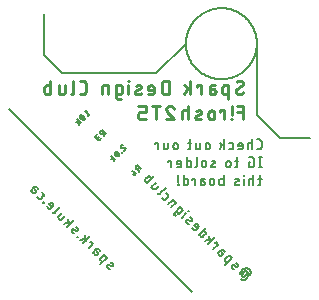
<source format=gbr>
G04 EAGLE Gerber RS-274X export*
G75*
%MOMM*%
%FSLAX34Y34*%
%LPD*%
%INSilkscreen Bottom*%
%IPPOS*%
%AMOC8*
5,1,8,0,0,1.08239X$1,22.5*%
G01*
G04 Define Apertures*
%ADD10C,0.200000*%
%ADD11C,0.279400*%
%ADD12C,0.203200*%
%ADD13C,0.127000*%
D10*
X145000Y205000D02*
X145009Y205736D01*
X145036Y206472D01*
X145081Y207207D01*
X145144Y207941D01*
X145226Y208672D01*
X145325Y209402D01*
X145442Y210129D01*
X145576Y210853D01*
X145729Y211573D01*
X145899Y212289D01*
X146087Y213001D01*
X146292Y213709D01*
X146514Y214410D01*
X146754Y215107D01*
X147010Y215797D01*
X147284Y216481D01*
X147574Y217157D01*
X147880Y217827D01*
X148203Y218488D01*
X148542Y219142D01*
X148897Y219787D01*
X149268Y220423D01*
X149654Y221050D01*
X150056Y221667D01*
X150472Y222274D01*
X150904Y222871D01*
X151350Y223457D01*
X151810Y224032D01*
X152284Y224595D01*
X152771Y225147D01*
X153273Y225686D01*
X153787Y226213D01*
X154314Y226727D01*
X154853Y227229D01*
X155405Y227716D01*
X155968Y228190D01*
X156543Y228650D01*
X157129Y229096D01*
X157726Y229528D01*
X158333Y229944D01*
X158950Y230346D01*
X159577Y230732D01*
X160213Y231103D01*
X160858Y231458D01*
X161512Y231797D01*
X162173Y232120D01*
X162843Y232426D01*
X163519Y232716D01*
X164203Y232990D01*
X164893Y233246D01*
X165590Y233486D01*
X166291Y233708D01*
X166999Y233913D01*
X167711Y234101D01*
X168427Y234271D01*
X169147Y234424D01*
X169871Y234558D01*
X170598Y234675D01*
X171328Y234774D01*
X172059Y234856D01*
X172793Y234919D01*
X173528Y234964D01*
X174264Y234991D01*
X175000Y235000D01*
X175736Y234991D01*
X176472Y234964D01*
X177207Y234919D01*
X177941Y234856D01*
X178672Y234774D01*
X179402Y234675D01*
X180129Y234558D01*
X180853Y234424D01*
X181573Y234271D01*
X182289Y234101D01*
X183001Y233913D01*
X183709Y233708D01*
X184410Y233486D01*
X185107Y233246D01*
X185797Y232990D01*
X186481Y232716D01*
X187157Y232426D01*
X187827Y232120D01*
X188488Y231797D01*
X189142Y231458D01*
X189787Y231103D01*
X190423Y230732D01*
X191050Y230346D01*
X191667Y229944D01*
X192274Y229528D01*
X192871Y229096D01*
X193457Y228650D01*
X194032Y228190D01*
X194595Y227716D01*
X195147Y227229D01*
X195686Y226727D01*
X196213Y226213D01*
X196727Y225686D01*
X197229Y225147D01*
X197716Y224595D01*
X198190Y224032D01*
X198650Y223457D01*
X199096Y222871D01*
X199528Y222274D01*
X199944Y221667D01*
X200346Y221050D01*
X200732Y220423D01*
X201103Y219787D01*
X201458Y219142D01*
X201797Y218488D01*
X202120Y217827D01*
X202426Y217157D01*
X202716Y216481D01*
X202990Y215797D01*
X203246Y215107D01*
X203486Y214410D01*
X203708Y213709D01*
X203913Y213001D01*
X204101Y212289D01*
X204271Y211573D01*
X204424Y210853D01*
X204558Y210129D01*
X204675Y209402D01*
X204774Y208672D01*
X204856Y207941D01*
X204919Y207207D01*
X204964Y206472D01*
X204991Y205736D01*
X205000Y205000D01*
X204991Y204264D01*
X204964Y203528D01*
X204919Y202793D01*
X204856Y202059D01*
X204774Y201328D01*
X204675Y200598D01*
X204558Y199871D01*
X204424Y199147D01*
X204271Y198427D01*
X204101Y197711D01*
X203913Y196999D01*
X203708Y196291D01*
X203486Y195590D01*
X203246Y194893D01*
X202990Y194203D01*
X202716Y193519D01*
X202426Y192843D01*
X202120Y192173D01*
X201797Y191512D01*
X201458Y190858D01*
X201103Y190213D01*
X200732Y189577D01*
X200346Y188950D01*
X199944Y188333D01*
X199528Y187726D01*
X199096Y187129D01*
X198650Y186543D01*
X198190Y185968D01*
X197716Y185405D01*
X197229Y184853D01*
X196727Y184314D01*
X196213Y183787D01*
X195686Y183273D01*
X195147Y182771D01*
X194595Y182284D01*
X194032Y181810D01*
X193457Y181350D01*
X192871Y180904D01*
X192274Y180472D01*
X191667Y180056D01*
X191050Y179654D01*
X190423Y179268D01*
X189787Y178897D01*
X189142Y178542D01*
X188488Y178203D01*
X187827Y177880D01*
X187157Y177574D01*
X186481Y177284D01*
X185797Y177010D01*
X185107Y176754D01*
X184410Y176514D01*
X183709Y176292D01*
X183001Y176087D01*
X182289Y175899D01*
X181573Y175729D01*
X180853Y175576D01*
X180129Y175442D01*
X179402Y175325D01*
X178672Y175226D01*
X177941Y175144D01*
X177207Y175081D01*
X176472Y175036D01*
X175736Y175009D01*
X175000Y175000D01*
X174264Y175009D01*
X173528Y175036D01*
X172793Y175081D01*
X172059Y175144D01*
X171328Y175226D01*
X170598Y175325D01*
X169871Y175442D01*
X169147Y175576D01*
X168427Y175729D01*
X167711Y175899D01*
X166999Y176087D01*
X166291Y176292D01*
X165590Y176514D01*
X164893Y176754D01*
X164203Y177010D01*
X163519Y177284D01*
X162843Y177574D01*
X162173Y177880D01*
X161512Y178203D01*
X160858Y178542D01*
X160213Y178897D01*
X159577Y179268D01*
X158950Y179654D01*
X158333Y180056D01*
X157726Y180472D01*
X157129Y180904D01*
X156543Y181350D01*
X155968Y181810D01*
X155405Y182284D01*
X154853Y182771D01*
X154314Y183273D01*
X153787Y183787D01*
X153273Y184314D01*
X152771Y184853D01*
X152284Y185405D01*
X151810Y185968D01*
X151350Y186543D01*
X150904Y187129D01*
X150472Y187726D01*
X150056Y188333D01*
X149654Y188950D01*
X149268Y189577D01*
X148897Y190213D01*
X148542Y190858D01*
X148203Y191512D01*
X147880Y192173D01*
X147574Y192843D01*
X147284Y193519D01*
X147010Y194203D01*
X146754Y194893D01*
X146514Y195590D01*
X146292Y196291D01*
X146087Y196999D01*
X145899Y197711D01*
X145729Y198427D01*
X145576Y199147D01*
X145442Y199871D01*
X145325Y200598D01*
X145226Y201328D01*
X145144Y202059D01*
X145081Y202793D01*
X145036Y203528D01*
X145009Y204264D01*
X145000Y205000D01*
X120000Y180000D01*
X205000Y205000D02*
X205000Y145000D01*
X225000Y125000D01*
X25000Y195000D02*
X25000Y230000D01*
X225000Y125000D02*
X250000Y125000D01*
D11*
X189793Y162173D02*
X189693Y162175D01*
X189594Y162181D01*
X189494Y162191D01*
X189396Y162204D01*
X189297Y162222D01*
X189200Y162243D01*
X189104Y162268D01*
X189008Y162297D01*
X188914Y162330D01*
X188821Y162366D01*
X188730Y162406D01*
X188640Y162450D01*
X188552Y162497D01*
X188466Y162547D01*
X188382Y162601D01*
X188300Y162658D01*
X188221Y162718D01*
X188143Y162782D01*
X188069Y162848D01*
X187997Y162917D01*
X187928Y162989D01*
X187862Y163063D01*
X187798Y163141D01*
X187738Y163220D01*
X187681Y163302D01*
X187627Y163386D01*
X187577Y163472D01*
X187530Y163560D01*
X187486Y163650D01*
X187446Y163741D01*
X187410Y163834D01*
X187377Y163928D01*
X187348Y164024D01*
X187323Y164120D01*
X187302Y164217D01*
X187284Y164316D01*
X187271Y164414D01*
X187261Y164514D01*
X187255Y164613D01*
X187253Y164713D01*
X189793Y162173D02*
X189934Y162175D01*
X190075Y162180D01*
X190216Y162190D01*
X190357Y162203D01*
X190497Y162219D01*
X190637Y162240D01*
X190776Y162264D01*
X190915Y162292D01*
X191052Y162323D01*
X191189Y162358D01*
X191325Y162396D01*
X191460Y162438D01*
X191593Y162484D01*
X191726Y162533D01*
X191857Y162586D01*
X191986Y162642D01*
X192115Y162701D01*
X192241Y162764D01*
X192366Y162830D01*
X192489Y162899D01*
X192610Y162972D01*
X192729Y163048D01*
X192847Y163127D01*
X192962Y163208D01*
X193074Y163293D01*
X193185Y163381D01*
X193293Y163472D01*
X193399Y163565D01*
X193502Y163662D01*
X193603Y163761D01*
X193286Y171063D02*
X193284Y171163D01*
X193278Y171262D01*
X193268Y171362D01*
X193255Y171460D01*
X193237Y171559D01*
X193216Y171656D01*
X193191Y171752D01*
X193162Y171848D01*
X193129Y171942D01*
X193093Y172035D01*
X193053Y172126D01*
X193009Y172216D01*
X192962Y172304D01*
X192912Y172390D01*
X192858Y172474D01*
X192801Y172556D01*
X192741Y172635D01*
X192677Y172713D01*
X192611Y172787D01*
X192542Y172859D01*
X192470Y172928D01*
X192396Y172994D01*
X192318Y173058D01*
X192239Y173118D01*
X192157Y173175D01*
X192073Y173229D01*
X191987Y173279D01*
X191899Y173326D01*
X191809Y173370D01*
X191718Y173410D01*
X191625Y173446D01*
X191531Y173479D01*
X191435Y173508D01*
X191339Y173533D01*
X191242Y173554D01*
X191143Y173572D01*
X191045Y173585D01*
X190945Y173595D01*
X190846Y173601D01*
X190746Y173603D01*
X190746Y173604D02*
X190613Y173602D01*
X190480Y173597D01*
X190347Y173587D01*
X190214Y173574D01*
X190082Y173557D01*
X189950Y173537D01*
X189819Y173513D01*
X189689Y173485D01*
X189559Y173454D01*
X189431Y173419D01*
X189303Y173380D01*
X189177Y173338D01*
X189052Y173292D01*
X188928Y173243D01*
X188805Y173191D01*
X188684Y173135D01*
X188565Y173075D01*
X188447Y173013D01*
X188332Y172947D01*
X188218Y172878D01*
X188106Y172805D01*
X187996Y172730D01*
X187888Y172651D01*
X192016Y168840D02*
X192100Y168892D01*
X192183Y168947D01*
X192263Y169006D01*
X192341Y169067D01*
X192416Y169131D01*
X192489Y169199D01*
X192560Y169269D01*
X192627Y169341D01*
X192692Y169416D01*
X192754Y169494D01*
X192813Y169574D01*
X192869Y169656D01*
X192921Y169740D01*
X192970Y169826D01*
X193016Y169914D01*
X193059Y170004D01*
X193098Y170095D01*
X193133Y170188D01*
X193165Y170282D01*
X193193Y170377D01*
X193218Y170473D01*
X193238Y170570D01*
X193256Y170668D01*
X193269Y170766D01*
X193278Y170865D01*
X193284Y170964D01*
X193286Y171063D01*
X188523Y166936D02*
X188439Y166884D01*
X188356Y166829D01*
X188276Y166770D01*
X188198Y166709D01*
X188123Y166645D01*
X188050Y166577D01*
X187979Y166507D01*
X187912Y166435D01*
X187847Y166360D01*
X187785Y166282D01*
X187726Y166202D01*
X187670Y166120D01*
X187618Y166036D01*
X187569Y165950D01*
X187523Y165862D01*
X187480Y165772D01*
X187441Y165681D01*
X187406Y165588D01*
X187374Y165494D01*
X187346Y165399D01*
X187321Y165303D01*
X187301Y165206D01*
X187283Y165108D01*
X187270Y165010D01*
X187261Y164911D01*
X187255Y164812D01*
X187253Y164713D01*
X188523Y166936D02*
X192016Y168841D01*
X180906Y169793D02*
X180906Y158363D01*
X180906Y169793D02*
X177731Y169793D01*
X177646Y169791D01*
X177560Y169785D01*
X177475Y169776D01*
X177391Y169762D01*
X177307Y169745D01*
X177224Y169724D01*
X177142Y169700D01*
X177062Y169672D01*
X176982Y169640D01*
X176904Y169604D01*
X176828Y169566D01*
X176754Y169523D01*
X176682Y169478D01*
X176611Y169429D01*
X176543Y169377D01*
X176478Y169323D01*
X176415Y169265D01*
X176354Y169204D01*
X176296Y169141D01*
X176242Y169076D01*
X176190Y169008D01*
X176141Y168937D01*
X176096Y168865D01*
X176053Y168791D01*
X176015Y168715D01*
X175979Y168637D01*
X175947Y168557D01*
X175919Y168477D01*
X175895Y168395D01*
X175874Y168312D01*
X175857Y168228D01*
X175843Y168144D01*
X175834Y168059D01*
X175828Y167973D01*
X175826Y167888D01*
X175826Y164078D01*
X175828Y163993D01*
X175834Y163907D01*
X175843Y163822D01*
X175857Y163738D01*
X175874Y163654D01*
X175895Y163571D01*
X175919Y163489D01*
X175947Y163409D01*
X175979Y163329D01*
X176015Y163251D01*
X176053Y163175D01*
X176096Y163101D01*
X176141Y163029D01*
X176190Y162958D01*
X176242Y162890D01*
X176296Y162825D01*
X176354Y162762D01*
X176415Y162701D01*
X176478Y162643D01*
X176543Y162589D01*
X176611Y162537D01*
X176682Y162488D01*
X176754Y162443D01*
X176828Y162400D01*
X176904Y162362D01*
X176982Y162326D01*
X177062Y162294D01*
X177142Y162266D01*
X177224Y162242D01*
X177307Y162221D01*
X177391Y162204D01*
X177475Y162190D01*
X177560Y162181D01*
X177646Y162175D01*
X177731Y162173D01*
X180906Y162173D01*
X167817Y166618D02*
X164959Y166618D01*
X167817Y166619D02*
X167910Y166617D01*
X168003Y166611D01*
X168096Y166601D01*
X168188Y166588D01*
X168279Y166570D01*
X168370Y166549D01*
X168460Y166524D01*
X168548Y166495D01*
X168635Y166463D01*
X168721Y166427D01*
X168805Y166387D01*
X168888Y166344D01*
X168969Y166297D01*
X169047Y166248D01*
X169124Y166194D01*
X169198Y166138D01*
X169270Y166079D01*
X169339Y166016D01*
X169405Y165951D01*
X169469Y165883D01*
X169530Y165813D01*
X169588Y165740D01*
X169642Y165665D01*
X169694Y165587D01*
X169742Y165508D01*
X169787Y165426D01*
X169828Y165343D01*
X169866Y165257D01*
X169901Y165171D01*
X169931Y165083D01*
X169958Y164994D01*
X169981Y164904D01*
X170001Y164813D01*
X170016Y164721D01*
X170028Y164628D01*
X170036Y164536D01*
X170040Y164443D01*
X170040Y164349D01*
X170036Y164256D01*
X170028Y164164D01*
X170016Y164071D01*
X170001Y163979D01*
X169981Y163888D01*
X169958Y163798D01*
X169931Y163709D01*
X169901Y163621D01*
X169866Y163535D01*
X169828Y163449D01*
X169787Y163366D01*
X169742Y163285D01*
X169694Y163205D01*
X169642Y163127D01*
X169588Y163052D01*
X169530Y162979D01*
X169469Y162909D01*
X169405Y162841D01*
X169339Y162776D01*
X169270Y162713D01*
X169198Y162654D01*
X169124Y162598D01*
X169047Y162544D01*
X168969Y162495D01*
X168888Y162448D01*
X168805Y162405D01*
X168721Y162365D01*
X168635Y162329D01*
X168548Y162297D01*
X168460Y162268D01*
X168370Y162243D01*
X168279Y162222D01*
X168188Y162204D01*
X168096Y162191D01*
X168003Y162181D01*
X167910Y162175D01*
X167817Y162173D01*
X164959Y162173D01*
X164959Y167888D01*
X164961Y167973D01*
X164967Y168059D01*
X164976Y168144D01*
X164990Y168228D01*
X165007Y168312D01*
X165028Y168395D01*
X165052Y168477D01*
X165080Y168557D01*
X165112Y168637D01*
X165148Y168715D01*
X165186Y168791D01*
X165229Y168865D01*
X165274Y168937D01*
X165323Y169008D01*
X165375Y169076D01*
X165429Y169141D01*
X165487Y169204D01*
X165548Y169265D01*
X165611Y169323D01*
X165676Y169377D01*
X165744Y169429D01*
X165815Y169478D01*
X165887Y169523D01*
X165961Y169566D01*
X166037Y169604D01*
X166115Y169640D01*
X166195Y169672D01*
X166275Y169700D01*
X166357Y169724D01*
X166440Y169745D01*
X166524Y169762D01*
X166608Y169776D01*
X166693Y169785D01*
X166779Y169791D01*
X166864Y169793D01*
X169404Y169793D01*
X157849Y169793D02*
X157849Y162173D01*
X157849Y169793D02*
X154039Y169793D01*
X154039Y168523D01*
X148754Y173603D02*
X148754Y162173D01*
X148754Y165983D02*
X143674Y169793D01*
X146531Y167571D02*
X143674Y162173D01*
X130875Y162173D02*
X130875Y173603D01*
X127700Y173603D01*
X127589Y173601D01*
X127479Y173595D01*
X127368Y173586D01*
X127258Y173572D01*
X127149Y173555D01*
X127040Y173534D01*
X126932Y173509D01*
X126825Y173480D01*
X126719Y173448D01*
X126614Y173412D01*
X126511Y173372D01*
X126409Y173329D01*
X126308Y173282D01*
X126209Y173231D01*
X126113Y173178D01*
X126018Y173121D01*
X125925Y173060D01*
X125834Y172997D01*
X125745Y172930D01*
X125659Y172860D01*
X125576Y172787D01*
X125494Y172712D01*
X125416Y172634D01*
X125341Y172552D01*
X125268Y172469D01*
X125198Y172383D01*
X125131Y172294D01*
X125068Y172203D01*
X125007Y172110D01*
X124950Y172016D01*
X124897Y171919D01*
X124846Y171820D01*
X124799Y171719D01*
X124756Y171617D01*
X124716Y171514D01*
X124680Y171409D01*
X124648Y171303D01*
X124619Y171196D01*
X124594Y171088D01*
X124573Y170979D01*
X124556Y170870D01*
X124542Y170760D01*
X124533Y170649D01*
X124527Y170539D01*
X124525Y170428D01*
X124525Y165348D01*
X124527Y165237D01*
X124533Y165127D01*
X124542Y165016D01*
X124556Y164906D01*
X124573Y164797D01*
X124594Y164688D01*
X124619Y164580D01*
X124648Y164473D01*
X124680Y164367D01*
X124716Y164262D01*
X124756Y164159D01*
X124799Y164057D01*
X124846Y163956D01*
X124897Y163857D01*
X124950Y163761D01*
X125007Y163666D01*
X125068Y163573D01*
X125131Y163482D01*
X125198Y163393D01*
X125268Y163307D01*
X125341Y163224D01*
X125416Y163142D01*
X125494Y163064D01*
X125576Y162989D01*
X125659Y162916D01*
X125745Y162846D01*
X125834Y162779D01*
X125925Y162716D01*
X126018Y162655D01*
X126113Y162598D01*
X126209Y162545D01*
X126308Y162494D01*
X126409Y162447D01*
X126511Y162404D01*
X126614Y162364D01*
X126719Y162328D01*
X126825Y162296D01*
X126932Y162267D01*
X127040Y162242D01*
X127149Y162221D01*
X127258Y162204D01*
X127368Y162190D01*
X127479Y162181D01*
X127589Y162175D01*
X127700Y162173D01*
X130875Y162173D01*
X115961Y162173D02*
X112786Y162173D01*
X115961Y162173D02*
X116046Y162175D01*
X116132Y162181D01*
X116217Y162190D01*
X116301Y162204D01*
X116385Y162221D01*
X116468Y162242D01*
X116550Y162266D01*
X116630Y162294D01*
X116710Y162326D01*
X116788Y162362D01*
X116864Y162400D01*
X116938Y162443D01*
X117010Y162488D01*
X117081Y162537D01*
X117149Y162589D01*
X117214Y162643D01*
X117277Y162701D01*
X117338Y162762D01*
X117396Y162825D01*
X117450Y162890D01*
X117502Y162958D01*
X117551Y163029D01*
X117596Y163101D01*
X117639Y163175D01*
X117677Y163251D01*
X117713Y163329D01*
X117745Y163409D01*
X117773Y163489D01*
X117797Y163571D01*
X117818Y163654D01*
X117835Y163738D01*
X117849Y163822D01*
X117858Y163907D01*
X117864Y163993D01*
X117866Y164078D01*
X117866Y167253D01*
X117864Y167353D01*
X117858Y167452D01*
X117848Y167552D01*
X117835Y167650D01*
X117817Y167749D01*
X117796Y167846D01*
X117771Y167942D01*
X117742Y168038D01*
X117709Y168132D01*
X117673Y168225D01*
X117633Y168316D01*
X117589Y168406D01*
X117542Y168494D01*
X117492Y168580D01*
X117438Y168664D01*
X117381Y168746D01*
X117321Y168825D01*
X117257Y168903D01*
X117191Y168977D01*
X117122Y169049D01*
X117050Y169118D01*
X116976Y169184D01*
X116898Y169248D01*
X116819Y169308D01*
X116737Y169365D01*
X116653Y169419D01*
X116567Y169469D01*
X116479Y169516D01*
X116389Y169560D01*
X116298Y169600D01*
X116205Y169636D01*
X116111Y169669D01*
X116015Y169698D01*
X115919Y169723D01*
X115822Y169744D01*
X115723Y169762D01*
X115625Y169775D01*
X115525Y169785D01*
X115426Y169791D01*
X115326Y169793D01*
X115226Y169791D01*
X115127Y169785D01*
X115027Y169775D01*
X114929Y169762D01*
X114830Y169744D01*
X114733Y169723D01*
X114637Y169698D01*
X114541Y169669D01*
X114447Y169636D01*
X114354Y169600D01*
X114263Y169560D01*
X114173Y169516D01*
X114085Y169469D01*
X113999Y169419D01*
X113915Y169365D01*
X113833Y169308D01*
X113754Y169248D01*
X113676Y169184D01*
X113602Y169118D01*
X113530Y169049D01*
X113461Y168977D01*
X113395Y168903D01*
X113331Y168825D01*
X113271Y168746D01*
X113214Y168664D01*
X113160Y168580D01*
X113110Y168494D01*
X113063Y168406D01*
X113019Y168316D01*
X112979Y168225D01*
X112943Y168132D01*
X112910Y168038D01*
X112881Y167942D01*
X112856Y167846D01*
X112835Y167749D01*
X112817Y167650D01*
X112804Y167552D01*
X112794Y167452D01*
X112788Y167353D01*
X112786Y167253D01*
X112786Y165983D01*
X117866Y165983D01*
X105818Y166618D02*
X102643Y165348D01*
X105818Y166619D02*
X105892Y166650D01*
X105964Y166685D01*
X106034Y166724D01*
X106103Y166766D01*
X106169Y166811D01*
X106233Y166860D01*
X106294Y166911D01*
X106353Y166965D01*
X106409Y167023D01*
X106462Y167082D01*
X106513Y167145D01*
X106560Y167209D01*
X106604Y167276D01*
X106645Y167345D01*
X106682Y167416D01*
X106716Y167489D01*
X106746Y167563D01*
X106773Y167639D01*
X106795Y167716D01*
X106815Y167793D01*
X106830Y167872D01*
X106841Y167951D01*
X106849Y168031D01*
X106853Y168111D01*
X106852Y168191D01*
X106848Y168271D01*
X106840Y168351D01*
X106828Y168430D01*
X106813Y168509D01*
X106793Y168587D01*
X106770Y168663D01*
X106743Y168739D01*
X106712Y168813D01*
X106678Y168885D01*
X106640Y168956D01*
X106599Y169025D01*
X106555Y169092D01*
X106507Y169156D01*
X106457Y169218D01*
X106403Y169278D01*
X106347Y169335D01*
X106287Y169389D01*
X106226Y169440D01*
X106162Y169488D01*
X106095Y169533D01*
X106027Y169574D01*
X105956Y169613D01*
X105884Y169647D01*
X105810Y169678D01*
X105735Y169706D01*
X105658Y169730D01*
X105581Y169750D01*
X105502Y169766D01*
X105423Y169779D01*
X105344Y169787D01*
X105264Y169792D01*
X105183Y169793D01*
X105183Y169792D02*
X105010Y169788D01*
X104836Y169779D01*
X104664Y169766D01*
X104491Y169749D01*
X104319Y169728D01*
X104147Y169703D01*
X103977Y169673D01*
X103806Y169640D01*
X103637Y169602D01*
X103469Y169560D01*
X103302Y169515D01*
X103136Y169465D01*
X102971Y169411D01*
X102807Y169354D01*
X102645Y169292D01*
X102485Y169227D01*
X102326Y169157D01*
X102644Y165347D02*
X102570Y165316D01*
X102498Y165281D01*
X102428Y165242D01*
X102359Y165200D01*
X102293Y165155D01*
X102229Y165106D01*
X102168Y165055D01*
X102109Y165001D01*
X102053Y164943D01*
X102000Y164884D01*
X101949Y164821D01*
X101902Y164757D01*
X101858Y164690D01*
X101817Y164621D01*
X101780Y164550D01*
X101746Y164477D01*
X101716Y164403D01*
X101689Y164327D01*
X101667Y164250D01*
X101647Y164173D01*
X101632Y164094D01*
X101621Y164015D01*
X101613Y163935D01*
X101609Y163855D01*
X101610Y163775D01*
X101614Y163695D01*
X101622Y163615D01*
X101634Y163536D01*
X101649Y163457D01*
X101669Y163379D01*
X101692Y163303D01*
X101719Y163227D01*
X101750Y163153D01*
X101784Y163081D01*
X101822Y163010D01*
X101863Y162941D01*
X101907Y162874D01*
X101955Y162810D01*
X102005Y162748D01*
X102059Y162688D01*
X102115Y162631D01*
X102175Y162577D01*
X102236Y162526D01*
X102300Y162478D01*
X102367Y162433D01*
X102435Y162392D01*
X102506Y162353D01*
X102578Y162319D01*
X102652Y162288D01*
X102727Y162260D01*
X102804Y162236D01*
X102881Y162216D01*
X102960Y162200D01*
X103039Y162187D01*
X103118Y162179D01*
X103198Y162174D01*
X103279Y162173D01*
X103278Y162172D02*
X103533Y162179D01*
X103787Y162191D01*
X104041Y162210D01*
X104295Y162235D01*
X104547Y162265D01*
X104799Y162302D01*
X105051Y162345D01*
X105301Y162393D01*
X105549Y162448D01*
X105797Y162508D01*
X106043Y162574D01*
X106287Y162646D01*
X106530Y162724D01*
X106771Y162807D01*
X96123Y162173D02*
X96123Y169793D01*
X96441Y172968D02*
X96441Y173603D01*
X95806Y173603D01*
X95806Y172968D01*
X96441Y172968D01*
X88764Y162173D02*
X85589Y162173D01*
X88764Y162173D02*
X88849Y162175D01*
X88935Y162181D01*
X89020Y162190D01*
X89104Y162204D01*
X89188Y162221D01*
X89271Y162242D01*
X89353Y162266D01*
X89433Y162294D01*
X89513Y162326D01*
X89591Y162362D01*
X89667Y162400D01*
X89741Y162443D01*
X89813Y162488D01*
X89884Y162537D01*
X89952Y162589D01*
X90017Y162643D01*
X90080Y162701D01*
X90141Y162762D01*
X90199Y162825D01*
X90253Y162890D01*
X90305Y162958D01*
X90354Y163029D01*
X90399Y163101D01*
X90442Y163175D01*
X90480Y163251D01*
X90516Y163329D01*
X90548Y163409D01*
X90576Y163489D01*
X90600Y163571D01*
X90621Y163654D01*
X90638Y163738D01*
X90652Y163822D01*
X90661Y163907D01*
X90667Y163993D01*
X90669Y164078D01*
X90669Y167888D01*
X90667Y167973D01*
X90661Y168059D01*
X90652Y168144D01*
X90638Y168228D01*
X90621Y168312D01*
X90600Y168395D01*
X90576Y168477D01*
X90548Y168557D01*
X90516Y168637D01*
X90480Y168715D01*
X90442Y168791D01*
X90399Y168865D01*
X90354Y168937D01*
X90305Y169008D01*
X90253Y169076D01*
X90199Y169141D01*
X90141Y169204D01*
X90080Y169265D01*
X90017Y169323D01*
X89952Y169377D01*
X89884Y169429D01*
X89813Y169478D01*
X89741Y169523D01*
X89667Y169566D01*
X89591Y169604D01*
X89513Y169640D01*
X89433Y169672D01*
X89353Y169700D01*
X89271Y169724D01*
X89188Y169745D01*
X89104Y169762D01*
X89020Y169776D01*
X88935Y169785D01*
X88849Y169791D01*
X88764Y169793D01*
X85589Y169793D01*
X85589Y160268D01*
X85591Y160183D01*
X85597Y160097D01*
X85606Y160012D01*
X85620Y159928D01*
X85637Y159844D01*
X85658Y159761D01*
X85682Y159679D01*
X85710Y159599D01*
X85742Y159519D01*
X85778Y159441D01*
X85816Y159365D01*
X85859Y159291D01*
X85904Y159219D01*
X85953Y159148D01*
X86005Y159080D01*
X86059Y159015D01*
X86117Y158952D01*
X86178Y158891D01*
X86241Y158833D01*
X86306Y158779D01*
X86374Y158727D01*
X86445Y158678D01*
X86517Y158633D01*
X86591Y158590D01*
X86667Y158552D01*
X86745Y158516D01*
X86825Y158484D01*
X86905Y158456D01*
X86987Y158432D01*
X87070Y158411D01*
X87154Y158394D01*
X87238Y158380D01*
X87323Y158371D01*
X87409Y158365D01*
X87494Y158363D01*
X90034Y158363D01*
X78607Y162173D02*
X78607Y169793D01*
X75432Y169793D01*
X75347Y169791D01*
X75261Y169785D01*
X75176Y169776D01*
X75092Y169762D01*
X75008Y169745D01*
X74925Y169724D01*
X74843Y169700D01*
X74763Y169672D01*
X74683Y169640D01*
X74605Y169604D01*
X74529Y169566D01*
X74455Y169523D01*
X74383Y169478D01*
X74312Y169429D01*
X74244Y169377D01*
X74179Y169323D01*
X74116Y169265D01*
X74055Y169204D01*
X73997Y169141D01*
X73943Y169076D01*
X73891Y169008D01*
X73842Y168937D01*
X73797Y168865D01*
X73754Y168791D01*
X73716Y168715D01*
X73680Y168637D01*
X73648Y168557D01*
X73620Y168477D01*
X73596Y168395D01*
X73575Y168312D01*
X73558Y168228D01*
X73544Y168144D01*
X73535Y168059D01*
X73529Y167973D01*
X73527Y167888D01*
X73527Y162173D01*
X57564Y162173D02*
X55024Y162173D01*
X57564Y162173D02*
X57664Y162175D01*
X57763Y162181D01*
X57863Y162191D01*
X57961Y162204D01*
X58060Y162222D01*
X58157Y162243D01*
X58253Y162268D01*
X58349Y162297D01*
X58443Y162330D01*
X58536Y162366D01*
X58627Y162406D01*
X58717Y162450D01*
X58805Y162497D01*
X58891Y162547D01*
X58975Y162601D01*
X59057Y162658D01*
X59136Y162718D01*
X59214Y162782D01*
X59288Y162848D01*
X59360Y162917D01*
X59429Y162989D01*
X59495Y163063D01*
X59559Y163141D01*
X59619Y163220D01*
X59676Y163302D01*
X59730Y163386D01*
X59780Y163472D01*
X59827Y163560D01*
X59871Y163650D01*
X59911Y163741D01*
X59947Y163834D01*
X59980Y163928D01*
X60009Y164024D01*
X60034Y164120D01*
X60055Y164217D01*
X60073Y164316D01*
X60086Y164414D01*
X60096Y164514D01*
X60102Y164613D01*
X60104Y164713D01*
X60104Y171063D01*
X60102Y171163D01*
X60096Y171262D01*
X60086Y171362D01*
X60073Y171460D01*
X60055Y171559D01*
X60034Y171656D01*
X60009Y171752D01*
X59980Y171848D01*
X59947Y171942D01*
X59911Y172035D01*
X59871Y172126D01*
X59827Y172216D01*
X59780Y172304D01*
X59730Y172390D01*
X59676Y172474D01*
X59619Y172556D01*
X59559Y172635D01*
X59495Y172713D01*
X59429Y172787D01*
X59360Y172859D01*
X59288Y172928D01*
X59214Y172994D01*
X59136Y173058D01*
X59057Y173118D01*
X58975Y173175D01*
X58891Y173229D01*
X58805Y173279D01*
X58717Y173326D01*
X58627Y173370D01*
X58536Y173410D01*
X58443Y173446D01*
X58349Y173479D01*
X58253Y173508D01*
X58157Y173533D01*
X58060Y173554D01*
X57961Y173572D01*
X57863Y173585D01*
X57763Y173595D01*
X57664Y173601D01*
X57564Y173603D01*
X55024Y173603D01*
X49612Y173603D02*
X49612Y164078D01*
X49610Y163993D01*
X49604Y163907D01*
X49595Y163822D01*
X49581Y163738D01*
X49564Y163654D01*
X49543Y163571D01*
X49519Y163489D01*
X49491Y163409D01*
X49459Y163329D01*
X49423Y163251D01*
X49385Y163175D01*
X49342Y163101D01*
X49297Y163029D01*
X49248Y162958D01*
X49196Y162890D01*
X49142Y162825D01*
X49084Y162762D01*
X49023Y162701D01*
X48960Y162643D01*
X48895Y162589D01*
X48827Y162537D01*
X48756Y162488D01*
X48684Y162443D01*
X48610Y162400D01*
X48534Y162362D01*
X48456Y162326D01*
X48376Y162294D01*
X48296Y162266D01*
X48214Y162242D01*
X48131Y162221D01*
X48047Y162204D01*
X47963Y162190D01*
X47878Y162181D01*
X47792Y162175D01*
X47707Y162173D01*
X42336Y164078D02*
X42336Y169793D01*
X42336Y164078D02*
X42334Y163993D01*
X42328Y163907D01*
X42319Y163822D01*
X42305Y163738D01*
X42288Y163654D01*
X42267Y163571D01*
X42243Y163489D01*
X42215Y163409D01*
X42183Y163329D01*
X42147Y163251D01*
X42109Y163175D01*
X42066Y163101D01*
X42021Y163029D01*
X41972Y162958D01*
X41920Y162890D01*
X41866Y162825D01*
X41808Y162762D01*
X41747Y162701D01*
X41684Y162643D01*
X41619Y162589D01*
X41551Y162537D01*
X41480Y162488D01*
X41408Y162443D01*
X41334Y162400D01*
X41258Y162362D01*
X41180Y162326D01*
X41100Y162294D01*
X41020Y162266D01*
X40938Y162242D01*
X40855Y162221D01*
X40771Y162204D01*
X40687Y162190D01*
X40602Y162181D01*
X40516Y162175D01*
X40431Y162173D01*
X37256Y162173D01*
X37256Y169793D01*
X30274Y173603D02*
X30274Y162173D01*
X27099Y162173D01*
X27014Y162175D01*
X26928Y162181D01*
X26843Y162190D01*
X26759Y162204D01*
X26675Y162221D01*
X26592Y162242D01*
X26510Y162266D01*
X26430Y162294D01*
X26350Y162326D01*
X26272Y162362D01*
X26196Y162400D01*
X26122Y162443D01*
X26050Y162488D01*
X25979Y162537D01*
X25911Y162589D01*
X25846Y162643D01*
X25783Y162701D01*
X25722Y162762D01*
X25664Y162825D01*
X25610Y162890D01*
X25558Y162958D01*
X25509Y163029D01*
X25464Y163101D01*
X25421Y163175D01*
X25383Y163251D01*
X25347Y163329D01*
X25315Y163409D01*
X25287Y163489D01*
X25263Y163571D01*
X25242Y163654D01*
X25225Y163738D01*
X25211Y163822D01*
X25202Y163907D01*
X25196Y163993D01*
X25194Y164078D01*
X25194Y167888D01*
X25196Y167973D01*
X25202Y168059D01*
X25211Y168144D01*
X25225Y168228D01*
X25242Y168312D01*
X25263Y168395D01*
X25287Y168477D01*
X25315Y168557D01*
X25347Y168637D01*
X25383Y168715D01*
X25421Y168791D01*
X25464Y168865D01*
X25509Y168937D01*
X25558Y169008D01*
X25610Y169076D01*
X25664Y169141D01*
X25722Y169204D01*
X25783Y169265D01*
X25846Y169323D01*
X25911Y169377D01*
X25979Y169429D01*
X26050Y169478D01*
X26122Y169523D01*
X26196Y169566D01*
X26272Y169604D01*
X26350Y169640D01*
X26430Y169672D01*
X26510Y169700D01*
X26592Y169724D01*
X26675Y169745D01*
X26759Y169762D01*
X26843Y169776D01*
X26928Y169785D01*
X27014Y169791D01*
X27099Y169793D01*
X30274Y169793D01*
X193603Y152267D02*
X193603Y140837D01*
X193603Y152267D02*
X188523Y152267D01*
X188523Y147187D02*
X193603Y147187D01*
X183644Y144647D02*
X183644Y152267D01*
X183962Y141472D02*
X183962Y140837D01*
X183962Y141472D02*
X183327Y141472D01*
X183327Y140837D01*
X183962Y140837D01*
X177521Y140837D02*
X177521Y148457D01*
X173711Y148457D01*
X173711Y147187D01*
X169115Y145917D02*
X169115Y143377D01*
X169115Y145917D02*
X169113Y146017D01*
X169107Y146116D01*
X169097Y146216D01*
X169084Y146314D01*
X169066Y146413D01*
X169045Y146510D01*
X169020Y146606D01*
X168991Y146702D01*
X168958Y146796D01*
X168922Y146889D01*
X168882Y146980D01*
X168838Y147070D01*
X168791Y147158D01*
X168741Y147244D01*
X168687Y147328D01*
X168630Y147410D01*
X168570Y147489D01*
X168506Y147567D01*
X168440Y147641D01*
X168371Y147713D01*
X168299Y147782D01*
X168225Y147848D01*
X168147Y147912D01*
X168068Y147972D01*
X167986Y148029D01*
X167902Y148083D01*
X167816Y148133D01*
X167728Y148180D01*
X167638Y148224D01*
X167547Y148264D01*
X167454Y148300D01*
X167360Y148333D01*
X167264Y148362D01*
X167168Y148387D01*
X167071Y148408D01*
X166972Y148426D01*
X166874Y148439D01*
X166774Y148449D01*
X166675Y148455D01*
X166575Y148457D01*
X166475Y148455D01*
X166376Y148449D01*
X166276Y148439D01*
X166178Y148426D01*
X166079Y148408D01*
X165982Y148387D01*
X165886Y148362D01*
X165790Y148333D01*
X165696Y148300D01*
X165603Y148264D01*
X165512Y148224D01*
X165422Y148180D01*
X165334Y148133D01*
X165248Y148083D01*
X165164Y148029D01*
X165082Y147972D01*
X165003Y147912D01*
X164925Y147848D01*
X164851Y147782D01*
X164779Y147713D01*
X164710Y147641D01*
X164644Y147567D01*
X164580Y147489D01*
X164520Y147410D01*
X164463Y147328D01*
X164409Y147244D01*
X164359Y147158D01*
X164312Y147070D01*
X164268Y146980D01*
X164228Y146889D01*
X164192Y146796D01*
X164159Y146702D01*
X164130Y146606D01*
X164105Y146510D01*
X164084Y146413D01*
X164066Y146314D01*
X164053Y146216D01*
X164043Y146116D01*
X164037Y146017D01*
X164035Y145917D01*
X164035Y143377D01*
X164037Y143277D01*
X164043Y143178D01*
X164053Y143078D01*
X164066Y142980D01*
X164084Y142881D01*
X164105Y142784D01*
X164130Y142688D01*
X164159Y142592D01*
X164192Y142498D01*
X164228Y142405D01*
X164268Y142314D01*
X164312Y142224D01*
X164359Y142136D01*
X164409Y142050D01*
X164463Y141966D01*
X164520Y141884D01*
X164580Y141805D01*
X164644Y141727D01*
X164710Y141653D01*
X164779Y141581D01*
X164851Y141512D01*
X164925Y141446D01*
X165003Y141382D01*
X165082Y141322D01*
X165164Y141265D01*
X165248Y141211D01*
X165334Y141161D01*
X165422Y141114D01*
X165512Y141070D01*
X165603Y141030D01*
X165696Y140994D01*
X165790Y140961D01*
X165886Y140932D01*
X165982Y140907D01*
X166079Y140886D01*
X166178Y140868D01*
X166276Y140855D01*
X166376Y140845D01*
X166475Y140839D01*
X166575Y140837D01*
X166675Y140839D01*
X166774Y140845D01*
X166874Y140855D01*
X166972Y140868D01*
X167071Y140886D01*
X167168Y140907D01*
X167264Y140932D01*
X167360Y140961D01*
X167454Y140994D01*
X167547Y141030D01*
X167638Y141070D01*
X167728Y141114D01*
X167816Y141161D01*
X167902Y141211D01*
X167986Y141265D01*
X168068Y141322D01*
X168147Y141382D01*
X168225Y141446D01*
X168299Y141512D01*
X168371Y141581D01*
X168440Y141653D01*
X168506Y141727D01*
X168570Y141805D01*
X168630Y141884D01*
X168687Y141966D01*
X168741Y142050D01*
X168791Y142136D01*
X168838Y142224D01*
X168882Y142314D01*
X168922Y142405D01*
X168958Y142498D01*
X168991Y142592D01*
X169020Y142688D01*
X169045Y142784D01*
X169066Y142881D01*
X169084Y142980D01*
X169097Y143078D01*
X169107Y143178D01*
X169113Y143277D01*
X169115Y143377D01*
X157068Y145282D02*
X153893Y144012D01*
X157068Y145283D02*
X157142Y145314D01*
X157214Y145349D01*
X157284Y145388D01*
X157353Y145430D01*
X157419Y145475D01*
X157483Y145524D01*
X157544Y145575D01*
X157603Y145629D01*
X157659Y145687D01*
X157712Y145746D01*
X157763Y145809D01*
X157810Y145873D01*
X157854Y145940D01*
X157895Y146009D01*
X157932Y146080D01*
X157966Y146153D01*
X157996Y146227D01*
X158023Y146303D01*
X158045Y146380D01*
X158065Y146457D01*
X158080Y146536D01*
X158091Y146615D01*
X158099Y146695D01*
X158103Y146775D01*
X158102Y146855D01*
X158098Y146935D01*
X158090Y147015D01*
X158078Y147094D01*
X158063Y147173D01*
X158043Y147251D01*
X158020Y147327D01*
X157993Y147403D01*
X157962Y147477D01*
X157928Y147549D01*
X157890Y147620D01*
X157849Y147689D01*
X157805Y147756D01*
X157757Y147820D01*
X157707Y147882D01*
X157653Y147942D01*
X157597Y147999D01*
X157537Y148053D01*
X157476Y148104D01*
X157412Y148152D01*
X157345Y148197D01*
X157277Y148238D01*
X157206Y148277D01*
X157134Y148311D01*
X157060Y148342D01*
X156985Y148370D01*
X156908Y148394D01*
X156831Y148414D01*
X156752Y148430D01*
X156673Y148443D01*
X156594Y148451D01*
X156514Y148456D01*
X156433Y148457D01*
X156433Y148456D02*
X156260Y148452D01*
X156086Y148443D01*
X155914Y148430D01*
X155741Y148413D01*
X155569Y148392D01*
X155397Y148367D01*
X155227Y148337D01*
X155056Y148304D01*
X154887Y148266D01*
X154719Y148224D01*
X154552Y148179D01*
X154386Y148129D01*
X154221Y148075D01*
X154057Y148018D01*
X153895Y147956D01*
X153735Y147891D01*
X153576Y147821D01*
X153894Y144011D02*
X153820Y143980D01*
X153748Y143945D01*
X153678Y143906D01*
X153609Y143864D01*
X153543Y143819D01*
X153479Y143770D01*
X153418Y143719D01*
X153359Y143665D01*
X153303Y143607D01*
X153250Y143548D01*
X153199Y143485D01*
X153152Y143421D01*
X153108Y143354D01*
X153067Y143285D01*
X153030Y143214D01*
X152996Y143141D01*
X152966Y143067D01*
X152939Y142991D01*
X152917Y142914D01*
X152897Y142837D01*
X152882Y142758D01*
X152871Y142679D01*
X152863Y142599D01*
X152859Y142519D01*
X152860Y142439D01*
X152864Y142359D01*
X152872Y142279D01*
X152884Y142200D01*
X152899Y142121D01*
X152919Y142043D01*
X152942Y141967D01*
X152969Y141891D01*
X153000Y141817D01*
X153034Y141745D01*
X153072Y141674D01*
X153113Y141605D01*
X153157Y141538D01*
X153205Y141474D01*
X153255Y141412D01*
X153309Y141352D01*
X153365Y141295D01*
X153425Y141241D01*
X153486Y141190D01*
X153550Y141142D01*
X153617Y141097D01*
X153685Y141056D01*
X153756Y141017D01*
X153828Y140983D01*
X153902Y140952D01*
X153977Y140924D01*
X154054Y140900D01*
X154131Y140880D01*
X154210Y140864D01*
X154289Y140851D01*
X154368Y140843D01*
X154448Y140838D01*
X154529Y140837D01*
X154528Y140836D02*
X154783Y140843D01*
X155037Y140855D01*
X155291Y140874D01*
X155545Y140899D01*
X155797Y140929D01*
X156049Y140966D01*
X156301Y141009D01*
X156551Y141057D01*
X156799Y141112D01*
X157047Y141172D01*
X157293Y141238D01*
X157537Y141310D01*
X157780Y141388D01*
X158021Y141471D01*
X146499Y140837D02*
X146499Y152267D01*
X146499Y148457D02*
X143324Y148457D01*
X143239Y148455D01*
X143153Y148449D01*
X143068Y148440D01*
X142984Y148426D01*
X142900Y148409D01*
X142817Y148388D01*
X142735Y148364D01*
X142655Y148336D01*
X142575Y148304D01*
X142497Y148268D01*
X142421Y148230D01*
X142347Y148187D01*
X142275Y148142D01*
X142204Y148093D01*
X142136Y148041D01*
X142071Y147987D01*
X142008Y147929D01*
X141947Y147868D01*
X141889Y147805D01*
X141835Y147740D01*
X141783Y147672D01*
X141734Y147601D01*
X141689Y147529D01*
X141646Y147455D01*
X141608Y147379D01*
X141572Y147301D01*
X141540Y147221D01*
X141512Y147141D01*
X141488Y147059D01*
X141467Y146976D01*
X141450Y146892D01*
X141436Y146808D01*
X141427Y146723D01*
X141421Y146637D01*
X141419Y146552D01*
X141419Y140837D01*
X131267Y152268D02*
X131163Y152266D01*
X131058Y152260D01*
X130954Y152251D01*
X130851Y152238D01*
X130748Y152220D01*
X130646Y152200D01*
X130544Y152175D01*
X130444Y152147D01*
X130344Y152115D01*
X130246Y152079D01*
X130149Y152040D01*
X130054Y151998D01*
X129960Y151952D01*
X129868Y151902D01*
X129778Y151850D01*
X129690Y151794D01*
X129604Y151734D01*
X129520Y151672D01*
X129439Y151607D01*
X129360Y151539D01*
X129283Y151467D01*
X129210Y151394D01*
X129138Y151317D01*
X129070Y151238D01*
X129005Y151157D01*
X128943Y151073D01*
X128883Y150987D01*
X128827Y150899D01*
X128775Y150809D01*
X128725Y150717D01*
X128679Y150623D01*
X128637Y150528D01*
X128598Y150431D01*
X128562Y150333D01*
X128530Y150233D01*
X128502Y150133D01*
X128477Y150031D01*
X128457Y149929D01*
X128439Y149826D01*
X128426Y149723D01*
X128417Y149619D01*
X128411Y149514D01*
X128409Y149410D01*
X131267Y152267D02*
X131385Y152265D01*
X131504Y152259D01*
X131622Y152250D01*
X131739Y152237D01*
X131856Y152219D01*
X131973Y152199D01*
X132089Y152174D01*
X132204Y152146D01*
X132317Y152113D01*
X132430Y152078D01*
X132542Y152038D01*
X132652Y151996D01*
X132761Y151949D01*
X132869Y151899D01*
X132974Y151846D01*
X133078Y151789D01*
X133180Y151729D01*
X133280Y151666D01*
X133378Y151599D01*
X133474Y151530D01*
X133567Y151457D01*
X133658Y151381D01*
X133747Y151303D01*
X133833Y151221D01*
X133916Y151137D01*
X133997Y151051D01*
X134074Y150961D01*
X134149Y150870D01*
X134221Y150776D01*
X134290Y150679D01*
X134355Y150581D01*
X134418Y150480D01*
X134477Y150377D01*
X134533Y150273D01*
X134585Y150167D01*
X134634Y150059D01*
X134679Y149950D01*
X134721Y149839D01*
X134759Y149727D01*
X129362Y147188D02*
X129286Y147263D01*
X129211Y147342D01*
X129140Y147423D01*
X129071Y147507D01*
X129006Y147593D01*
X128944Y147681D01*
X128884Y147771D01*
X128828Y147863D01*
X128775Y147958D01*
X128726Y148054D01*
X128680Y148152D01*
X128637Y148251D01*
X128598Y148352D01*
X128563Y148454D01*
X128531Y148557D01*
X128503Y148661D01*
X128478Y148766D01*
X128457Y148873D01*
X128440Y148979D01*
X128427Y149086D01*
X128418Y149194D01*
X128412Y149302D01*
X128410Y149410D01*
X129362Y147187D02*
X134760Y140837D01*
X128410Y140837D01*
X119636Y140837D02*
X119636Y152267D01*
X122811Y152267D02*
X116461Y152267D01*
X110863Y140837D02*
X107053Y140837D01*
X106953Y140839D01*
X106854Y140845D01*
X106754Y140855D01*
X106656Y140868D01*
X106557Y140886D01*
X106460Y140907D01*
X106364Y140932D01*
X106268Y140961D01*
X106174Y140994D01*
X106081Y141030D01*
X105990Y141070D01*
X105900Y141114D01*
X105812Y141161D01*
X105726Y141211D01*
X105642Y141265D01*
X105560Y141322D01*
X105481Y141382D01*
X105403Y141446D01*
X105329Y141512D01*
X105257Y141581D01*
X105188Y141653D01*
X105122Y141727D01*
X105058Y141805D01*
X104998Y141884D01*
X104941Y141966D01*
X104887Y142050D01*
X104837Y142136D01*
X104790Y142224D01*
X104746Y142314D01*
X104706Y142405D01*
X104670Y142498D01*
X104637Y142592D01*
X104608Y142688D01*
X104583Y142784D01*
X104562Y142881D01*
X104544Y142980D01*
X104531Y143078D01*
X104521Y143178D01*
X104515Y143277D01*
X104513Y143377D01*
X104513Y144647D01*
X104515Y144747D01*
X104521Y144846D01*
X104531Y144946D01*
X104544Y145044D01*
X104562Y145143D01*
X104583Y145240D01*
X104608Y145336D01*
X104637Y145432D01*
X104670Y145526D01*
X104706Y145619D01*
X104746Y145710D01*
X104790Y145800D01*
X104837Y145888D01*
X104887Y145974D01*
X104941Y146058D01*
X104998Y146140D01*
X105058Y146219D01*
X105122Y146297D01*
X105188Y146371D01*
X105257Y146443D01*
X105329Y146512D01*
X105403Y146578D01*
X105481Y146642D01*
X105560Y146702D01*
X105642Y146759D01*
X105726Y146813D01*
X105812Y146863D01*
X105900Y146910D01*
X105990Y146954D01*
X106081Y146994D01*
X106174Y147030D01*
X106268Y147063D01*
X106364Y147092D01*
X106460Y147117D01*
X106557Y147138D01*
X106656Y147156D01*
X106754Y147169D01*
X106854Y147179D01*
X106953Y147185D01*
X107053Y147187D01*
X110863Y147187D01*
X110863Y152267D01*
X104513Y152267D01*
D12*
X195867Y12964D02*
X196825Y12006D01*
X196825Y12007D02*
X196876Y11954D01*
X196923Y11898D01*
X196968Y11839D01*
X197009Y11779D01*
X197047Y11716D01*
X197081Y11651D01*
X197112Y11584D01*
X197139Y11516D01*
X197162Y11447D01*
X197182Y11376D01*
X197198Y11304D01*
X197210Y11232D01*
X197218Y11159D01*
X197222Y11086D01*
X197222Y11012D01*
X197218Y10939D01*
X197210Y10866D01*
X197198Y10794D01*
X197182Y10722D01*
X197162Y10651D01*
X197139Y10582D01*
X197112Y10514D01*
X197081Y10447D01*
X197047Y10382D01*
X197009Y10319D01*
X196968Y10259D01*
X196923Y10200D01*
X196876Y10144D01*
X196825Y10091D01*
X194909Y8175D01*
X194857Y8125D01*
X194802Y8078D01*
X194745Y8035D01*
X194685Y7994D01*
X194623Y7957D01*
X194560Y7922D01*
X194494Y7892D01*
X194428Y7865D01*
X194359Y7841D01*
X194290Y7821D01*
X194220Y7805D01*
X194149Y7793D01*
X194077Y7784D01*
X194005Y7779D01*
X193933Y7778D01*
X193861Y7781D01*
X193789Y7788D01*
X193718Y7798D01*
X193647Y7813D01*
X193577Y7831D01*
X193508Y7852D01*
X193441Y7878D01*
X193375Y7907D01*
X193310Y7939D01*
X193248Y7975D01*
X193187Y8014D01*
X193129Y8056D01*
X193072Y8101D01*
X193019Y8150D01*
X192968Y8201D01*
X192919Y8254D01*
X192874Y8311D01*
X192832Y8369D01*
X192793Y8430D01*
X192757Y8492D01*
X192725Y8557D01*
X192696Y8623D01*
X192670Y8690D01*
X192649Y8759D01*
X192631Y8829D01*
X192616Y8900D01*
X192606Y8971D01*
X192599Y9043D01*
X192596Y9115D01*
X192597Y9187D01*
X192602Y9259D01*
X192611Y9331D01*
X192623Y9402D01*
X192639Y9472D01*
X192659Y9541D01*
X192683Y9610D01*
X192710Y9676D01*
X192740Y9742D01*
X192775Y9805D01*
X192812Y9867D01*
X192853Y9927D01*
X192896Y9984D01*
X192943Y10039D01*
X192993Y10091D01*
X192834Y9931D02*
X195867Y12964D01*
X192834Y9931D02*
X192787Y9886D01*
X192736Y9843D01*
X192684Y9804D01*
X192629Y9768D01*
X192572Y9735D01*
X192513Y9706D01*
X192453Y9680D01*
X192391Y9657D01*
X192328Y9638D01*
X192264Y9623D01*
X192200Y9612D01*
X192134Y9604D01*
X192069Y9600D01*
X192003Y9600D01*
X191938Y9604D01*
X191872Y9612D01*
X191808Y9623D01*
X191744Y9638D01*
X191681Y9657D01*
X191619Y9680D01*
X191559Y9706D01*
X191500Y9735D01*
X191443Y9768D01*
X191388Y9804D01*
X191336Y9843D01*
X191285Y9886D01*
X191238Y9931D01*
X191193Y9978D01*
X191150Y10029D01*
X191111Y10081D01*
X191075Y10136D01*
X191042Y10193D01*
X191013Y10252D01*
X190987Y10312D01*
X190964Y10374D01*
X190945Y10437D01*
X190930Y10501D01*
X190919Y10565D01*
X190911Y10631D01*
X190907Y10696D01*
X190907Y10762D01*
X190911Y10827D01*
X190919Y10893D01*
X190930Y10957D01*
X190945Y11021D01*
X190964Y11084D01*
X190987Y11146D01*
X191013Y11206D01*
X191042Y11265D01*
X191075Y11322D01*
X191111Y11377D01*
X191150Y11429D01*
X191193Y11480D01*
X191238Y11527D01*
X191237Y11528D02*
X193632Y13922D01*
X193633Y13922D02*
X193719Y14005D01*
X193807Y14085D01*
X193898Y14162D01*
X193992Y14237D01*
X194088Y14308D01*
X194186Y14375D01*
X194287Y14440D01*
X194390Y14501D01*
X194494Y14559D01*
X194601Y14613D01*
X194709Y14664D01*
X194819Y14711D01*
X194930Y14754D01*
X195042Y14794D01*
X195156Y14830D01*
X195271Y14862D01*
X195387Y14890D01*
X195504Y14915D01*
X195622Y14936D01*
X195740Y14952D01*
X195859Y14965D01*
X195978Y14974D01*
X196097Y14979D01*
X196217Y14980D01*
X196336Y14977D01*
X196456Y14970D01*
X196574Y14959D01*
X196693Y14944D01*
X196811Y14926D01*
X196928Y14903D01*
X197045Y14877D01*
X197160Y14846D01*
X197275Y14812D01*
X197388Y14774D01*
X197500Y14733D01*
X197611Y14688D01*
X197720Y14639D01*
X197827Y14586D01*
X197932Y14530D01*
X198036Y14471D01*
X198138Y14408D01*
X198237Y14342D01*
X198334Y14273D01*
X198429Y14200D01*
X198521Y14124D01*
X198611Y14046D01*
X198698Y13964D01*
X198783Y13879D01*
X198865Y13792D01*
X198943Y13702D01*
X199019Y13610D01*
X199092Y13515D01*
X199161Y13418D01*
X199227Y13318D01*
X199290Y13217D01*
X199349Y13113D01*
X199405Y13008D01*
X199458Y12900D01*
X199507Y12792D01*
X199552Y12681D01*
X199593Y12569D01*
X199631Y12456D01*
X199665Y12341D01*
X199696Y12226D01*
X199722Y12109D01*
X199745Y11992D01*
X199763Y11874D01*
X199778Y11755D01*
X199789Y11636D01*
X199796Y11517D01*
X199799Y11398D01*
X199798Y11278D01*
X199793Y11159D01*
X199784Y11040D01*
X199771Y10921D01*
X199755Y10803D01*
X199734Y10685D01*
X199709Y10568D01*
X199681Y10452D01*
X199649Y10337D01*
X199613Y10223D01*
X199573Y10111D01*
X199530Y10000D01*
X199483Y9890D01*
X199432Y9782D01*
X199378Y9675D01*
X199320Y9571D01*
X199259Y9468D01*
X199194Y9367D01*
X199127Y9269D01*
X199056Y9173D01*
X198981Y9079D01*
X198904Y8988D01*
X198824Y8900D01*
X198741Y8814D01*
X198741Y8813D02*
X196027Y6099D01*
X195943Y6019D01*
X195857Y5941D01*
X195769Y5867D01*
X195678Y5795D01*
X195584Y5727D01*
X195488Y5661D01*
X195390Y5599D01*
X195290Y5541D01*
X195188Y5486D01*
X195085Y5434D01*
X194979Y5386D01*
X194872Y5342D01*
X194764Y5301D01*
X194654Y5264D01*
X194543Y5231D01*
X194431Y5202D01*
X194318Y5176D01*
X194204Y5155D01*
X194089Y5137D01*
X193974Y5123D01*
X193859Y5113D01*
X193743Y5107D01*
X193627Y5105D01*
X193511Y5107D01*
X193396Y5113D01*
X193280Y5123D01*
X193165Y5136D01*
X193051Y5154D01*
X192937Y5176D01*
X192824Y5201D01*
X192712Y5230D01*
X192600Y5264D01*
X192491Y5300D01*
X192382Y5341D01*
X192275Y5385D01*
X192169Y5433D01*
X192066Y5485D01*
X191964Y5540D01*
X191864Y5598D01*
X191766Y5660D01*
X191670Y5725D01*
X191576Y5794D01*
X191485Y5865D01*
X191396Y5940D01*
X187526Y16197D02*
X185291Y17155D01*
X187526Y16197D02*
X187589Y16172D01*
X187653Y16151D01*
X187718Y16133D01*
X187785Y16120D01*
X187852Y16110D01*
X187919Y16104D01*
X187987Y16102D01*
X188055Y16104D01*
X188122Y16110D01*
X188189Y16120D01*
X188255Y16133D01*
X188321Y16151D01*
X188385Y16172D01*
X188448Y16197D01*
X188509Y16225D01*
X188569Y16257D01*
X188627Y16292D01*
X188682Y16331D01*
X188736Y16373D01*
X188786Y16417D01*
X188835Y16465D01*
X188880Y16515D01*
X188922Y16568D01*
X188961Y16623D01*
X188997Y16681D01*
X189030Y16740D01*
X189059Y16801D01*
X189084Y16864D01*
X189106Y16928D01*
X189124Y16993D01*
X189138Y17060D01*
X189149Y17126D01*
X189155Y17194D01*
X189158Y17262D01*
X189157Y17329D01*
X189151Y17397D01*
X189142Y17464D01*
X189129Y17530D01*
X189113Y17596D01*
X189092Y17660D01*
X189068Y17724D01*
X189040Y17785D01*
X189009Y17845D01*
X188974Y17903D01*
X188936Y17959D01*
X188895Y18013D01*
X188850Y18064D01*
X188803Y18113D01*
X188802Y18113D02*
X188701Y18209D01*
X188597Y18302D01*
X188490Y18392D01*
X188381Y18480D01*
X188270Y18564D01*
X188156Y18645D01*
X188040Y18724D01*
X187922Y18799D01*
X187802Y18870D01*
X187681Y18939D01*
X187557Y19004D01*
X187432Y19066D01*
X187305Y19124D01*
X187176Y19179D01*
X187046Y19230D01*
X185290Y17155D02*
X185227Y17180D01*
X185163Y17201D01*
X185098Y17219D01*
X185031Y17232D01*
X184964Y17242D01*
X184897Y17248D01*
X184829Y17250D01*
X184761Y17248D01*
X184694Y17242D01*
X184627Y17232D01*
X184561Y17219D01*
X184495Y17201D01*
X184431Y17180D01*
X184368Y17155D01*
X184307Y17127D01*
X184247Y17095D01*
X184189Y17060D01*
X184134Y17021D01*
X184080Y16979D01*
X184029Y16935D01*
X183981Y16887D01*
X183936Y16837D01*
X183894Y16784D01*
X183855Y16729D01*
X183819Y16671D01*
X183786Y16612D01*
X183757Y16551D01*
X183732Y16488D01*
X183710Y16424D01*
X183692Y16359D01*
X183678Y16292D01*
X183667Y16225D01*
X183661Y16158D01*
X183658Y16090D01*
X183659Y16023D01*
X183665Y15955D01*
X183674Y15888D01*
X183687Y15822D01*
X183703Y15756D01*
X183724Y15692D01*
X183748Y15628D01*
X183776Y15567D01*
X183807Y15507D01*
X183842Y15449D01*
X183880Y15393D01*
X183921Y15339D01*
X183966Y15288D01*
X184013Y15239D01*
X184014Y15239D02*
X184145Y15114D01*
X184280Y14993D01*
X184417Y14875D01*
X184557Y14760D01*
X184699Y14648D01*
X184844Y14540D01*
X184992Y14435D01*
X185142Y14333D01*
X185295Y14236D01*
X185449Y14142D01*
X185606Y14051D01*
X185765Y13964D01*
X185926Y13881D01*
X186089Y13802D01*
X177976Y17445D02*
X183724Y23192D01*
X182127Y24789D01*
X182076Y24838D01*
X182022Y24884D01*
X181965Y24927D01*
X181907Y24967D01*
X181847Y25004D01*
X181784Y25038D01*
X181720Y25069D01*
X181655Y25096D01*
X181588Y25120D01*
X181520Y25140D01*
X181451Y25156D01*
X181381Y25169D01*
X181311Y25179D01*
X181240Y25184D01*
X181169Y25186D01*
X181098Y25184D01*
X181027Y25179D01*
X180957Y25169D01*
X180887Y25156D01*
X180818Y25140D01*
X180750Y25120D01*
X180683Y25096D01*
X180618Y25069D01*
X180554Y25038D01*
X180492Y25004D01*
X180431Y24967D01*
X180373Y24927D01*
X180316Y24884D01*
X180262Y24838D01*
X180211Y24789D01*
X178296Y22873D01*
X178295Y22873D02*
X178244Y22820D01*
X178197Y22764D01*
X178152Y22706D01*
X178111Y22645D01*
X178073Y22582D01*
X178039Y22517D01*
X178008Y22450D01*
X177981Y22382D01*
X177958Y22313D01*
X177938Y22242D01*
X177922Y22170D01*
X177910Y22098D01*
X177902Y22025D01*
X177898Y21952D01*
X177898Y21878D01*
X177902Y21805D01*
X177910Y21732D01*
X177922Y21660D01*
X177938Y21588D01*
X177958Y21517D01*
X177981Y21448D01*
X178008Y21380D01*
X178039Y21313D01*
X178073Y21248D01*
X178111Y21185D01*
X178152Y21125D01*
X178197Y21066D01*
X178244Y21010D01*
X178295Y20957D01*
X178296Y20957D02*
X179892Y19361D01*
X175523Y28200D02*
X174086Y29637D01*
X175522Y28200D02*
X175577Y28143D01*
X175628Y28083D01*
X175676Y28021D01*
X175721Y27957D01*
X175763Y27890D01*
X175802Y27821D01*
X175837Y27751D01*
X175868Y27679D01*
X175896Y27605D01*
X175920Y27530D01*
X175941Y27454D01*
X175957Y27377D01*
X175970Y27299D01*
X175979Y27221D01*
X175984Y27142D01*
X175985Y27063D01*
X175982Y26985D01*
X175975Y26906D01*
X175964Y26828D01*
X175950Y26751D01*
X175931Y26674D01*
X175909Y26598D01*
X175883Y26524D01*
X175853Y26451D01*
X175820Y26380D01*
X175783Y26310D01*
X175743Y26242D01*
X175699Y26177D01*
X175652Y26113D01*
X175603Y26052D01*
X175550Y25994D01*
X175494Y25938D01*
X175436Y25885D01*
X175375Y25836D01*
X175311Y25789D01*
X175246Y25745D01*
X175178Y25705D01*
X175108Y25668D01*
X175037Y25635D01*
X174964Y25605D01*
X174889Y25579D01*
X174814Y25557D01*
X174737Y25538D01*
X174660Y25524D01*
X174582Y25513D01*
X174503Y25506D01*
X174425Y25503D01*
X174346Y25504D01*
X174267Y25509D01*
X174189Y25518D01*
X174111Y25531D01*
X174034Y25547D01*
X173958Y25568D01*
X173883Y25592D01*
X173809Y25620D01*
X173737Y25651D01*
X173667Y25686D01*
X173598Y25725D01*
X173531Y25767D01*
X173467Y25812D01*
X173405Y25860D01*
X173345Y25911D01*
X173288Y25966D01*
X173287Y25965D02*
X171851Y27402D01*
X174724Y30276D01*
X174775Y30325D01*
X174829Y30371D01*
X174886Y30414D01*
X174944Y30454D01*
X175005Y30491D01*
X175067Y30525D01*
X175131Y30556D01*
X175196Y30583D01*
X175263Y30607D01*
X175331Y30627D01*
X175400Y30643D01*
X175470Y30656D01*
X175540Y30666D01*
X175611Y30671D01*
X175682Y30673D01*
X175753Y30671D01*
X175824Y30666D01*
X175894Y30656D01*
X175964Y30643D01*
X176033Y30627D01*
X176101Y30607D01*
X176168Y30583D01*
X176233Y30556D01*
X176297Y30525D01*
X176360Y30491D01*
X176420Y30454D01*
X176478Y30414D01*
X176535Y30371D01*
X176589Y30325D01*
X176640Y30276D01*
X177917Y28999D01*
X172078Y34838D02*
X168246Y31006D01*
X172078Y34838D02*
X170162Y36754D01*
X169523Y36115D01*
X169399Y41348D02*
X163652Y35601D01*
X165568Y37516D02*
X164929Y41987D01*
X165248Y39432D02*
X161098Y38155D01*
X155902Y43351D02*
X161649Y49098D01*
X155902Y43351D02*
X157498Y41754D01*
X157549Y41705D01*
X157603Y41659D01*
X157660Y41616D01*
X157718Y41576D01*
X157779Y41539D01*
X157841Y41505D01*
X157905Y41474D01*
X157970Y41447D01*
X158037Y41423D01*
X158105Y41403D01*
X158174Y41387D01*
X158244Y41374D01*
X158314Y41364D01*
X158385Y41359D01*
X158456Y41357D01*
X158527Y41359D01*
X158598Y41364D01*
X158668Y41374D01*
X158738Y41387D01*
X158807Y41403D01*
X158875Y41423D01*
X158942Y41447D01*
X159007Y41474D01*
X159071Y41505D01*
X159134Y41539D01*
X159194Y41576D01*
X159252Y41616D01*
X159309Y41659D01*
X159363Y41705D01*
X159414Y41754D01*
X161330Y43670D01*
X161379Y43721D01*
X161425Y43775D01*
X161468Y43832D01*
X161508Y43890D01*
X161545Y43951D01*
X161579Y44013D01*
X161610Y44077D01*
X161637Y44142D01*
X161661Y44209D01*
X161681Y44277D01*
X161697Y44346D01*
X161710Y44416D01*
X161720Y44486D01*
X161725Y44557D01*
X161727Y44628D01*
X161725Y44699D01*
X161720Y44770D01*
X161710Y44840D01*
X161697Y44910D01*
X161681Y44979D01*
X161661Y45047D01*
X161637Y45114D01*
X161610Y45179D01*
X161579Y45243D01*
X161545Y45306D01*
X161508Y45366D01*
X161468Y45424D01*
X161425Y45481D01*
X161379Y45535D01*
X161330Y45586D01*
X159733Y47182D01*
X151621Y47632D02*
X150024Y49228D01*
X151621Y47632D02*
X151672Y47583D01*
X151726Y47537D01*
X151783Y47494D01*
X151841Y47454D01*
X151902Y47417D01*
X151964Y47383D01*
X152028Y47352D01*
X152093Y47325D01*
X152160Y47301D01*
X152228Y47281D01*
X152297Y47265D01*
X152367Y47252D01*
X152437Y47242D01*
X152508Y47237D01*
X152579Y47235D01*
X152650Y47237D01*
X152721Y47242D01*
X152791Y47252D01*
X152861Y47265D01*
X152930Y47281D01*
X152998Y47301D01*
X153065Y47325D01*
X153130Y47352D01*
X153194Y47383D01*
X153257Y47417D01*
X153317Y47454D01*
X153375Y47494D01*
X153432Y47537D01*
X153486Y47583D01*
X153537Y47632D01*
X155133Y49228D01*
X155191Y49288D01*
X155245Y49351D01*
X155297Y49417D01*
X155346Y49484D01*
X155391Y49554D01*
X155434Y49626D01*
X155473Y49700D01*
X155508Y49776D01*
X155540Y49853D01*
X155568Y49931D01*
X155593Y50011D01*
X155614Y50092D01*
X155631Y50173D01*
X155645Y50255D01*
X155654Y50338D01*
X155660Y50422D01*
X155662Y50505D01*
X155660Y50588D01*
X155654Y50672D01*
X155645Y50755D01*
X155631Y50837D01*
X155614Y50918D01*
X155593Y50999D01*
X155568Y51079D01*
X155540Y51157D01*
X155508Y51234D01*
X155473Y51310D01*
X155434Y51384D01*
X155391Y51456D01*
X155346Y51526D01*
X155297Y51593D01*
X155245Y51659D01*
X155191Y51722D01*
X155133Y51782D01*
X155073Y51840D01*
X155010Y51894D01*
X154944Y51946D01*
X154877Y51995D01*
X154807Y52040D01*
X154735Y52083D01*
X154661Y52122D01*
X154585Y52157D01*
X154508Y52189D01*
X154430Y52217D01*
X154350Y52242D01*
X154269Y52263D01*
X154188Y52280D01*
X154105Y52294D01*
X154023Y52303D01*
X153939Y52309D01*
X153856Y52311D01*
X153773Y52309D01*
X153689Y52303D01*
X153606Y52294D01*
X153524Y52280D01*
X153442Y52263D01*
X153362Y52242D01*
X153282Y52217D01*
X153204Y52189D01*
X153127Y52157D01*
X153051Y52122D01*
X152977Y52083D01*
X152905Y52040D01*
X152835Y51995D01*
X152768Y51946D01*
X152702Y51894D01*
X152639Y51840D01*
X152579Y51782D01*
X152579Y51783D02*
X151940Y51144D01*
X154495Y48590D01*
X148731Y54991D02*
X146496Y55949D01*
X148732Y54992D02*
X148795Y54967D01*
X148859Y54946D01*
X148924Y54928D01*
X148991Y54915D01*
X149058Y54905D01*
X149125Y54899D01*
X149193Y54897D01*
X149261Y54899D01*
X149328Y54905D01*
X149395Y54915D01*
X149461Y54928D01*
X149527Y54946D01*
X149591Y54967D01*
X149654Y54992D01*
X149715Y55020D01*
X149775Y55052D01*
X149833Y55087D01*
X149888Y55126D01*
X149942Y55168D01*
X149992Y55212D01*
X150041Y55260D01*
X150086Y55310D01*
X150128Y55363D01*
X150167Y55418D01*
X150203Y55476D01*
X150236Y55535D01*
X150265Y55596D01*
X150290Y55659D01*
X150312Y55723D01*
X150330Y55788D01*
X150344Y55855D01*
X150355Y55921D01*
X150361Y55989D01*
X150364Y56057D01*
X150363Y56124D01*
X150357Y56192D01*
X150348Y56259D01*
X150335Y56325D01*
X150319Y56391D01*
X150298Y56455D01*
X150274Y56519D01*
X150246Y56580D01*
X150215Y56640D01*
X150180Y56698D01*
X150142Y56754D01*
X150101Y56808D01*
X150056Y56859D01*
X150009Y56908D01*
X150008Y56907D02*
X149907Y57003D01*
X149803Y57096D01*
X149696Y57186D01*
X149587Y57274D01*
X149476Y57358D01*
X149362Y57439D01*
X149246Y57518D01*
X149128Y57593D01*
X149008Y57664D01*
X148887Y57733D01*
X148763Y57798D01*
X148638Y57860D01*
X148511Y57918D01*
X148382Y57973D01*
X148252Y58024D01*
X146496Y55949D02*
X146433Y55974D01*
X146369Y55995D01*
X146304Y56013D01*
X146237Y56026D01*
X146170Y56036D01*
X146103Y56042D01*
X146035Y56044D01*
X145967Y56042D01*
X145900Y56036D01*
X145833Y56026D01*
X145767Y56013D01*
X145701Y55995D01*
X145637Y55974D01*
X145574Y55949D01*
X145513Y55921D01*
X145453Y55889D01*
X145395Y55854D01*
X145340Y55815D01*
X145286Y55773D01*
X145235Y55729D01*
X145187Y55681D01*
X145142Y55631D01*
X145100Y55578D01*
X145061Y55523D01*
X145025Y55465D01*
X144992Y55406D01*
X144963Y55345D01*
X144938Y55282D01*
X144916Y55218D01*
X144898Y55153D01*
X144884Y55086D01*
X144873Y55019D01*
X144867Y54952D01*
X144864Y54884D01*
X144865Y54817D01*
X144871Y54749D01*
X144880Y54682D01*
X144893Y54616D01*
X144909Y54550D01*
X144930Y54486D01*
X144954Y54422D01*
X144982Y54361D01*
X145013Y54301D01*
X145048Y54243D01*
X145086Y54187D01*
X145127Y54133D01*
X145172Y54082D01*
X145219Y54033D01*
X145219Y54034D02*
X145350Y53909D01*
X145485Y53788D01*
X145622Y53670D01*
X145762Y53555D01*
X145904Y53443D01*
X146049Y53335D01*
X146197Y53230D01*
X146347Y53128D01*
X146500Y53031D01*
X146654Y52937D01*
X146811Y52846D01*
X146970Y52759D01*
X147131Y52676D01*
X147294Y52597D01*
X141603Y57650D02*
X145435Y61481D01*
X147191Y62918D02*
X147510Y63237D01*
X147191Y63557D01*
X146871Y63237D01*
X147191Y62918D01*
X137886Y61367D02*
X136289Y62963D01*
X137886Y61367D02*
X137937Y61318D01*
X137991Y61272D01*
X138048Y61229D01*
X138106Y61189D01*
X138167Y61152D01*
X138229Y61118D01*
X138293Y61087D01*
X138358Y61060D01*
X138425Y61036D01*
X138493Y61016D01*
X138562Y61000D01*
X138632Y60987D01*
X138702Y60977D01*
X138773Y60972D01*
X138844Y60970D01*
X138915Y60972D01*
X138986Y60977D01*
X139056Y60987D01*
X139126Y61000D01*
X139195Y61016D01*
X139263Y61036D01*
X139330Y61060D01*
X139395Y61087D01*
X139459Y61118D01*
X139522Y61152D01*
X139582Y61189D01*
X139640Y61229D01*
X139697Y61272D01*
X139751Y61318D01*
X139802Y61367D01*
X139801Y61367D02*
X141717Y63283D01*
X141766Y63334D01*
X141812Y63388D01*
X141855Y63445D01*
X141895Y63503D01*
X141932Y63564D01*
X141966Y63626D01*
X141997Y63690D01*
X142024Y63755D01*
X142048Y63822D01*
X142068Y63890D01*
X142084Y63959D01*
X142097Y64029D01*
X142107Y64099D01*
X142112Y64170D01*
X142114Y64241D01*
X142112Y64312D01*
X142107Y64383D01*
X142097Y64453D01*
X142084Y64523D01*
X142068Y64592D01*
X142048Y64660D01*
X142024Y64727D01*
X141997Y64792D01*
X141966Y64856D01*
X141932Y64919D01*
X141895Y64979D01*
X141855Y65037D01*
X141812Y65094D01*
X141766Y65148D01*
X141717Y65199D01*
X140121Y66795D01*
X135331Y62006D01*
X135282Y61955D01*
X135236Y61901D01*
X135193Y61844D01*
X135153Y61786D01*
X135116Y61726D01*
X135082Y61663D01*
X135051Y61599D01*
X135024Y61534D01*
X135000Y61467D01*
X134980Y61399D01*
X134964Y61330D01*
X134951Y61260D01*
X134941Y61190D01*
X134936Y61119D01*
X134934Y61048D01*
X134936Y60977D01*
X134941Y60906D01*
X134951Y60836D01*
X134964Y60766D01*
X134980Y60697D01*
X135000Y60629D01*
X135024Y60562D01*
X135051Y60497D01*
X135082Y60433D01*
X135116Y60371D01*
X135153Y60310D01*
X135193Y60252D01*
X135236Y60195D01*
X135282Y60141D01*
X135331Y60090D01*
X136609Y58813D01*
X132751Y66502D02*
X136582Y70334D01*
X134986Y71930D01*
X134935Y71979D01*
X134881Y72025D01*
X134824Y72068D01*
X134766Y72108D01*
X134706Y72145D01*
X134643Y72179D01*
X134579Y72210D01*
X134514Y72237D01*
X134447Y72261D01*
X134379Y72281D01*
X134310Y72297D01*
X134240Y72310D01*
X134170Y72320D01*
X134099Y72325D01*
X134028Y72327D01*
X133957Y72325D01*
X133886Y72320D01*
X133816Y72310D01*
X133746Y72297D01*
X133677Y72281D01*
X133609Y72261D01*
X133542Y72237D01*
X133477Y72210D01*
X133413Y72179D01*
X133351Y72145D01*
X133290Y72108D01*
X133232Y72068D01*
X133175Y72025D01*
X133121Y71979D01*
X133070Y71930D01*
X130196Y69056D01*
X125960Y73292D02*
X124683Y74569D01*
X125960Y73292D02*
X126011Y73243D01*
X126065Y73197D01*
X126122Y73154D01*
X126180Y73114D01*
X126241Y73077D01*
X126303Y73043D01*
X126367Y73012D01*
X126432Y72985D01*
X126499Y72961D01*
X126567Y72941D01*
X126636Y72925D01*
X126706Y72912D01*
X126776Y72902D01*
X126847Y72897D01*
X126918Y72895D01*
X126989Y72897D01*
X127060Y72902D01*
X127130Y72912D01*
X127200Y72925D01*
X127269Y72941D01*
X127337Y72961D01*
X127404Y72985D01*
X127469Y73012D01*
X127533Y73043D01*
X127596Y73077D01*
X127656Y73114D01*
X127714Y73154D01*
X127771Y73197D01*
X127825Y73243D01*
X127876Y73292D01*
X129792Y75208D01*
X129841Y75259D01*
X129887Y75313D01*
X129930Y75370D01*
X129970Y75428D01*
X130007Y75489D01*
X130041Y75551D01*
X130072Y75615D01*
X130099Y75680D01*
X130123Y75747D01*
X130143Y75815D01*
X130159Y75884D01*
X130172Y75954D01*
X130182Y76024D01*
X130187Y76095D01*
X130189Y76166D01*
X130187Y76237D01*
X130182Y76308D01*
X130172Y76378D01*
X130159Y76448D01*
X130143Y76517D01*
X130123Y76585D01*
X130099Y76652D01*
X130072Y76717D01*
X130041Y76781D01*
X130007Y76844D01*
X129970Y76904D01*
X129930Y76962D01*
X129887Y77019D01*
X129841Y77073D01*
X129792Y77124D01*
X128515Y78401D01*
X127735Y83012D02*
X122946Y78223D01*
X122946Y78222D02*
X122893Y78171D01*
X122837Y78124D01*
X122779Y78079D01*
X122718Y78038D01*
X122655Y78000D01*
X122590Y77966D01*
X122523Y77935D01*
X122455Y77908D01*
X122386Y77885D01*
X122315Y77865D01*
X122243Y77849D01*
X122171Y77837D01*
X122098Y77829D01*
X122025Y77825D01*
X121951Y77825D01*
X121878Y77829D01*
X121805Y77837D01*
X121733Y77849D01*
X121661Y77865D01*
X121590Y77885D01*
X121521Y77908D01*
X121453Y77935D01*
X121386Y77966D01*
X121321Y78000D01*
X121258Y78038D01*
X121198Y78079D01*
X121139Y78124D01*
X121083Y78171D01*
X121030Y78222D01*
X119268Y81900D02*
X122142Y84774D01*
X119269Y81900D02*
X119216Y81849D01*
X119160Y81802D01*
X119102Y81757D01*
X119041Y81716D01*
X118978Y81678D01*
X118913Y81644D01*
X118846Y81613D01*
X118778Y81586D01*
X118709Y81563D01*
X118638Y81543D01*
X118566Y81527D01*
X118494Y81515D01*
X118421Y81507D01*
X118348Y81503D01*
X118274Y81503D01*
X118201Y81507D01*
X118128Y81515D01*
X118056Y81527D01*
X117984Y81543D01*
X117913Y81563D01*
X117844Y81586D01*
X117776Y81613D01*
X117709Y81644D01*
X117644Y81678D01*
X117581Y81716D01*
X117521Y81757D01*
X117462Y81802D01*
X117406Y81849D01*
X117353Y81900D01*
X115756Y83496D01*
X119588Y87328D01*
X117965Y92782D02*
X112218Y87035D01*
X110621Y88632D01*
X110621Y88631D02*
X110572Y88682D01*
X110526Y88736D01*
X110483Y88793D01*
X110443Y88851D01*
X110406Y88912D01*
X110372Y88974D01*
X110341Y89038D01*
X110314Y89103D01*
X110290Y89170D01*
X110270Y89238D01*
X110254Y89307D01*
X110241Y89377D01*
X110231Y89447D01*
X110226Y89518D01*
X110224Y89589D01*
X110226Y89660D01*
X110231Y89731D01*
X110241Y89801D01*
X110254Y89871D01*
X110270Y89940D01*
X110290Y90008D01*
X110314Y90075D01*
X110341Y90140D01*
X110372Y90204D01*
X110406Y90267D01*
X110443Y90327D01*
X110483Y90385D01*
X110526Y90442D01*
X110572Y90496D01*
X110621Y90547D01*
X112537Y92463D01*
X112588Y92512D01*
X112642Y92558D01*
X112699Y92601D01*
X112757Y92641D01*
X112818Y92678D01*
X112880Y92712D01*
X112944Y92743D01*
X113009Y92770D01*
X113076Y92794D01*
X113144Y92814D01*
X113213Y92830D01*
X113283Y92843D01*
X113353Y92853D01*
X113424Y92858D01*
X113495Y92860D01*
X113566Y92858D01*
X113637Y92853D01*
X113707Y92843D01*
X113777Y92830D01*
X113846Y92814D01*
X113914Y92794D01*
X113981Y92770D01*
X114046Y92743D01*
X114110Y92712D01*
X114173Y92678D01*
X114233Y92641D01*
X114291Y92601D01*
X114348Y92558D01*
X114402Y92512D01*
X114453Y92463D01*
X116049Y90867D01*
X81948Y16774D02*
X79713Y17732D01*
X81949Y16775D02*
X82012Y16750D01*
X82076Y16729D01*
X82141Y16711D01*
X82208Y16698D01*
X82275Y16688D01*
X82342Y16682D01*
X82410Y16680D01*
X82478Y16682D01*
X82545Y16688D01*
X82612Y16698D01*
X82678Y16711D01*
X82744Y16729D01*
X82808Y16750D01*
X82871Y16775D01*
X82932Y16803D01*
X82992Y16835D01*
X83050Y16870D01*
X83105Y16909D01*
X83159Y16951D01*
X83209Y16995D01*
X83258Y17043D01*
X83303Y17093D01*
X83345Y17146D01*
X83384Y17201D01*
X83420Y17259D01*
X83453Y17318D01*
X83482Y17379D01*
X83507Y17442D01*
X83529Y17506D01*
X83547Y17571D01*
X83561Y17638D01*
X83572Y17704D01*
X83578Y17772D01*
X83581Y17840D01*
X83580Y17907D01*
X83574Y17975D01*
X83565Y18042D01*
X83552Y18108D01*
X83536Y18174D01*
X83515Y18238D01*
X83491Y18302D01*
X83463Y18363D01*
X83432Y18423D01*
X83397Y18481D01*
X83359Y18537D01*
X83318Y18591D01*
X83273Y18642D01*
X83226Y18691D01*
X83225Y18690D02*
X83124Y18786D01*
X83020Y18879D01*
X82913Y18969D01*
X82804Y19057D01*
X82693Y19141D01*
X82579Y19222D01*
X82463Y19301D01*
X82345Y19376D01*
X82225Y19447D01*
X82104Y19516D01*
X81980Y19581D01*
X81855Y19643D01*
X81728Y19701D01*
X81599Y19756D01*
X81469Y19807D01*
X79713Y17732D02*
X79650Y17757D01*
X79586Y17778D01*
X79521Y17796D01*
X79454Y17809D01*
X79387Y17819D01*
X79320Y17825D01*
X79252Y17827D01*
X79184Y17825D01*
X79117Y17819D01*
X79050Y17809D01*
X78984Y17796D01*
X78918Y17778D01*
X78854Y17757D01*
X78791Y17732D01*
X78730Y17704D01*
X78670Y17672D01*
X78612Y17637D01*
X78557Y17598D01*
X78503Y17556D01*
X78452Y17512D01*
X78404Y17464D01*
X78359Y17414D01*
X78317Y17361D01*
X78278Y17306D01*
X78242Y17248D01*
X78209Y17189D01*
X78180Y17128D01*
X78155Y17065D01*
X78133Y17001D01*
X78115Y16936D01*
X78101Y16869D01*
X78090Y16802D01*
X78084Y16735D01*
X78081Y16667D01*
X78082Y16600D01*
X78088Y16532D01*
X78097Y16465D01*
X78110Y16399D01*
X78126Y16333D01*
X78147Y16269D01*
X78171Y16205D01*
X78199Y16144D01*
X78230Y16084D01*
X78265Y16026D01*
X78303Y15970D01*
X78344Y15916D01*
X78389Y15865D01*
X78436Y15816D01*
X78437Y15817D02*
X78568Y15692D01*
X78703Y15571D01*
X78840Y15453D01*
X78980Y15338D01*
X79122Y15226D01*
X79267Y15118D01*
X79415Y15013D01*
X79565Y14911D01*
X79718Y14814D01*
X79872Y14720D01*
X80029Y14629D01*
X80188Y14542D01*
X80349Y14459D01*
X80512Y14380D01*
X72399Y18022D02*
X78146Y23769D01*
X76550Y25366D01*
X76499Y25415D01*
X76445Y25461D01*
X76388Y25504D01*
X76330Y25544D01*
X76270Y25581D01*
X76207Y25615D01*
X76143Y25646D01*
X76078Y25673D01*
X76011Y25697D01*
X75943Y25717D01*
X75874Y25733D01*
X75804Y25746D01*
X75734Y25756D01*
X75663Y25761D01*
X75592Y25763D01*
X75521Y25761D01*
X75450Y25756D01*
X75380Y25746D01*
X75310Y25733D01*
X75241Y25717D01*
X75173Y25697D01*
X75106Y25673D01*
X75041Y25646D01*
X74977Y25615D01*
X74915Y25581D01*
X74854Y25544D01*
X74796Y25504D01*
X74739Y25461D01*
X74685Y25415D01*
X74634Y25366D01*
X72718Y23450D01*
X72667Y23397D01*
X72620Y23341D01*
X72575Y23283D01*
X72534Y23222D01*
X72496Y23159D01*
X72462Y23094D01*
X72431Y23027D01*
X72404Y22959D01*
X72381Y22890D01*
X72361Y22819D01*
X72345Y22747D01*
X72333Y22675D01*
X72325Y22602D01*
X72321Y22529D01*
X72321Y22455D01*
X72325Y22382D01*
X72333Y22309D01*
X72345Y22237D01*
X72361Y22165D01*
X72381Y22094D01*
X72404Y22025D01*
X72431Y21957D01*
X72462Y21890D01*
X72496Y21825D01*
X72534Y21762D01*
X72575Y21702D01*
X72620Y21643D01*
X72667Y21587D01*
X72718Y21534D01*
X74315Y19938D01*
X69945Y28777D02*
X68509Y30214D01*
X69945Y28777D02*
X70000Y28720D01*
X70051Y28660D01*
X70099Y28598D01*
X70144Y28534D01*
X70186Y28467D01*
X70225Y28398D01*
X70260Y28328D01*
X70291Y28256D01*
X70319Y28182D01*
X70343Y28107D01*
X70364Y28031D01*
X70380Y27954D01*
X70393Y27876D01*
X70402Y27798D01*
X70407Y27719D01*
X70408Y27640D01*
X70405Y27562D01*
X70398Y27483D01*
X70387Y27405D01*
X70373Y27328D01*
X70354Y27251D01*
X70332Y27175D01*
X70306Y27101D01*
X70276Y27028D01*
X70243Y26957D01*
X70206Y26887D01*
X70166Y26819D01*
X70122Y26754D01*
X70075Y26690D01*
X70026Y26629D01*
X69973Y26571D01*
X69917Y26515D01*
X69859Y26462D01*
X69798Y26413D01*
X69734Y26366D01*
X69669Y26322D01*
X69601Y26282D01*
X69531Y26245D01*
X69460Y26212D01*
X69387Y26182D01*
X69312Y26156D01*
X69237Y26134D01*
X69160Y26115D01*
X69083Y26101D01*
X69005Y26090D01*
X68926Y26083D01*
X68848Y26080D01*
X68769Y26081D01*
X68690Y26086D01*
X68612Y26095D01*
X68534Y26108D01*
X68457Y26124D01*
X68381Y26145D01*
X68306Y26169D01*
X68232Y26197D01*
X68160Y26228D01*
X68090Y26263D01*
X68021Y26302D01*
X67954Y26344D01*
X67890Y26389D01*
X67828Y26437D01*
X67768Y26488D01*
X67711Y26543D01*
X67710Y26542D02*
X66273Y27979D01*
X69147Y30853D01*
X69198Y30902D01*
X69252Y30948D01*
X69309Y30991D01*
X69367Y31031D01*
X69428Y31068D01*
X69490Y31102D01*
X69554Y31133D01*
X69619Y31160D01*
X69686Y31184D01*
X69754Y31204D01*
X69823Y31220D01*
X69893Y31233D01*
X69963Y31243D01*
X70034Y31248D01*
X70105Y31250D01*
X70176Y31248D01*
X70247Y31243D01*
X70317Y31233D01*
X70387Y31220D01*
X70456Y31204D01*
X70524Y31184D01*
X70591Y31160D01*
X70656Y31133D01*
X70720Y31102D01*
X70783Y31068D01*
X70843Y31031D01*
X70901Y30991D01*
X70958Y30948D01*
X71012Y30902D01*
X71063Y30853D01*
X72340Y29576D01*
X66501Y35415D02*
X62669Y31584D01*
X66501Y35415D02*
X64585Y37331D01*
X63946Y36692D01*
X63822Y41925D02*
X58075Y36178D01*
X59991Y38094D02*
X59352Y42564D01*
X59671Y40009D02*
X55520Y38732D01*
X53212Y41041D02*
X53531Y41360D01*
X53212Y41679D01*
X52893Y41360D01*
X53212Y41041D01*
X51991Y46732D02*
X49756Y47690D01*
X51991Y46732D02*
X52054Y46707D01*
X52118Y46686D01*
X52183Y46668D01*
X52250Y46655D01*
X52317Y46645D01*
X52384Y46639D01*
X52452Y46637D01*
X52520Y46639D01*
X52587Y46645D01*
X52654Y46655D01*
X52720Y46668D01*
X52786Y46686D01*
X52850Y46707D01*
X52913Y46732D01*
X52974Y46760D01*
X53034Y46792D01*
X53092Y46827D01*
X53147Y46866D01*
X53201Y46908D01*
X53251Y46952D01*
X53300Y47000D01*
X53345Y47050D01*
X53387Y47103D01*
X53426Y47158D01*
X53462Y47216D01*
X53495Y47275D01*
X53524Y47336D01*
X53549Y47399D01*
X53571Y47463D01*
X53589Y47528D01*
X53603Y47595D01*
X53614Y47661D01*
X53620Y47729D01*
X53623Y47797D01*
X53622Y47864D01*
X53616Y47932D01*
X53607Y47999D01*
X53594Y48065D01*
X53578Y48131D01*
X53557Y48195D01*
X53533Y48259D01*
X53505Y48320D01*
X53474Y48380D01*
X53439Y48438D01*
X53401Y48494D01*
X53360Y48548D01*
X53315Y48599D01*
X53268Y48648D01*
X53267Y48648D02*
X53166Y48744D01*
X53062Y48837D01*
X52955Y48927D01*
X52846Y49015D01*
X52735Y49099D01*
X52621Y49180D01*
X52505Y49259D01*
X52387Y49334D01*
X52267Y49405D01*
X52146Y49474D01*
X52022Y49539D01*
X51897Y49601D01*
X51770Y49659D01*
X51641Y49714D01*
X51511Y49765D01*
X49755Y47690D02*
X49692Y47715D01*
X49628Y47736D01*
X49563Y47754D01*
X49496Y47767D01*
X49429Y47777D01*
X49362Y47783D01*
X49294Y47785D01*
X49226Y47783D01*
X49159Y47777D01*
X49092Y47767D01*
X49026Y47754D01*
X48960Y47736D01*
X48896Y47715D01*
X48833Y47690D01*
X48772Y47662D01*
X48712Y47630D01*
X48654Y47595D01*
X48599Y47556D01*
X48545Y47514D01*
X48494Y47470D01*
X48446Y47422D01*
X48401Y47372D01*
X48359Y47319D01*
X48320Y47264D01*
X48284Y47206D01*
X48251Y47147D01*
X48222Y47086D01*
X48197Y47023D01*
X48175Y46959D01*
X48157Y46894D01*
X48143Y46827D01*
X48132Y46760D01*
X48126Y46693D01*
X48123Y46625D01*
X48124Y46558D01*
X48130Y46490D01*
X48139Y46423D01*
X48152Y46357D01*
X48168Y46291D01*
X48189Y46227D01*
X48213Y46163D01*
X48241Y46102D01*
X48272Y46042D01*
X48307Y45984D01*
X48345Y45928D01*
X48386Y45874D01*
X48431Y45823D01*
X48478Y45774D01*
X48479Y45774D02*
X48610Y45649D01*
X48745Y45528D01*
X48882Y45410D01*
X49022Y45295D01*
X49164Y45183D01*
X49309Y45075D01*
X49457Y44970D01*
X49607Y44868D01*
X49760Y44771D01*
X49914Y44677D01*
X50071Y44586D01*
X50230Y44499D01*
X50391Y44416D01*
X50554Y44337D01*
X44281Y49971D02*
X50029Y55719D01*
X45558Y56357D02*
X46197Y51887D01*
X45878Y53803D02*
X41727Y52526D01*
X39770Y56399D02*
X42643Y59273D01*
X39770Y56399D02*
X39717Y56348D01*
X39661Y56301D01*
X39603Y56256D01*
X39542Y56215D01*
X39479Y56177D01*
X39414Y56143D01*
X39347Y56112D01*
X39279Y56085D01*
X39210Y56062D01*
X39139Y56042D01*
X39067Y56026D01*
X38995Y56014D01*
X38922Y56006D01*
X38849Y56002D01*
X38775Y56002D01*
X38702Y56006D01*
X38629Y56014D01*
X38557Y56026D01*
X38485Y56042D01*
X38414Y56062D01*
X38345Y56085D01*
X38277Y56112D01*
X38210Y56143D01*
X38145Y56177D01*
X38082Y56215D01*
X38022Y56256D01*
X37963Y56301D01*
X37907Y56348D01*
X37854Y56399D01*
X36257Y57995D01*
X40089Y61827D01*
X38753Y66994D02*
X33964Y62204D01*
X33911Y62153D01*
X33855Y62106D01*
X33797Y62061D01*
X33736Y62020D01*
X33673Y61982D01*
X33608Y61948D01*
X33541Y61917D01*
X33473Y61890D01*
X33404Y61867D01*
X33333Y61847D01*
X33261Y61831D01*
X33189Y61819D01*
X33116Y61811D01*
X33043Y61807D01*
X32969Y61807D01*
X32896Y61811D01*
X32823Y61819D01*
X32751Y61831D01*
X32679Y61847D01*
X32608Y61867D01*
X32539Y61890D01*
X32471Y61917D01*
X32404Y61948D01*
X32339Y61982D01*
X32276Y62020D01*
X32216Y62061D01*
X32157Y62106D01*
X32101Y62153D01*
X32048Y62204D01*
X28586Y65666D02*
X26990Y67263D01*
X28586Y65666D02*
X28637Y65617D01*
X28691Y65571D01*
X28748Y65528D01*
X28806Y65488D01*
X28867Y65451D01*
X28929Y65417D01*
X28993Y65386D01*
X29058Y65359D01*
X29125Y65335D01*
X29193Y65315D01*
X29262Y65299D01*
X29332Y65286D01*
X29402Y65276D01*
X29473Y65271D01*
X29544Y65269D01*
X29615Y65271D01*
X29686Y65276D01*
X29756Y65286D01*
X29826Y65299D01*
X29895Y65315D01*
X29963Y65335D01*
X30030Y65359D01*
X30095Y65386D01*
X30159Y65417D01*
X30222Y65451D01*
X30282Y65488D01*
X30340Y65528D01*
X30397Y65571D01*
X30451Y65617D01*
X30502Y65666D01*
X32099Y67263D01*
X32098Y67263D02*
X32156Y67323D01*
X32210Y67386D01*
X32262Y67452D01*
X32311Y67519D01*
X32356Y67589D01*
X32399Y67661D01*
X32438Y67735D01*
X32473Y67811D01*
X32505Y67888D01*
X32533Y67966D01*
X32558Y68046D01*
X32579Y68127D01*
X32596Y68208D01*
X32610Y68290D01*
X32619Y68373D01*
X32625Y68457D01*
X32627Y68540D01*
X32625Y68623D01*
X32619Y68707D01*
X32610Y68790D01*
X32596Y68872D01*
X32579Y68953D01*
X32558Y69034D01*
X32533Y69114D01*
X32505Y69192D01*
X32473Y69269D01*
X32438Y69345D01*
X32399Y69419D01*
X32356Y69491D01*
X32311Y69561D01*
X32262Y69628D01*
X32210Y69694D01*
X32156Y69757D01*
X32098Y69817D01*
X32038Y69875D01*
X31975Y69929D01*
X31909Y69981D01*
X31842Y70030D01*
X31772Y70075D01*
X31700Y70118D01*
X31626Y70157D01*
X31550Y70192D01*
X31473Y70224D01*
X31395Y70252D01*
X31315Y70277D01*
X31234Y70298D01*
X31153Y70315D01*
X31070Y70329D01*
X30988Y70338D01*
X30904Y70344D01*
X30821Y70346D01*
X30738Y70344D01*
X30654Y70338D01*
X30571Y70329D01*
X30489Y70315D01*
X30407Y70298D01*
X30327Y70277D01*
X30247Y70252D01*
X30169Y70224D01*
X30092Y70192D01*
X30016Y70157D01*
X29942Y70118D01*
X29870Y70075D01*
X29800Y70030D01*
X29733Y69981D01*
X29667Y69929D01*
X29604Y69875D01*
X29544Y69817D01*
X28906Y69179D01*
X31460Y66624D01*
X24651Y70240D02*
X24332Y69921D01*
X24651Y70240D02*
X24332Y70560D01*
X24012Y70240D01*
X24332Y69921D01*
X20383Y73869D02*
X19106Y75147D01*
X20383Y73869D02*
X20434Y73820D01*
X20488Y73774D01*
X20545Y73731D01*
X20603Y73691D01*
X20664Y73654D01*
X20726Y73620D01*
X20790Y73589D01*
X20855Y73562D01*
X20922Y73538D01*
X20990Y73518D01*
X21059Y73502D01*
X21129Y73489D01*
X21199Y73479D01*
X21270Y73474D01*
X21341Y73472D01*
X21412Y73474D01*
X21483Y73479D01*
X21553Y73489D01*
X21623Y73502D01*
X21692Y73518D01*
X21760Y73538D01*
X21827Y73562D01*
X21892Y73589D01*
X21956Y73620D01*
X22019Y73654D01*
X22079Y73691D01*
X22137Y73731D01*
X22194Y73774D01*
X22248Y73820D01*
X22299Y73869D01*
X24215Y75785D01*
X24264Y75836D01*
X24310Y75890D01*
X24353Y75947D01*
X24393Y76005D01*
X24430Y76066D01*
X24464Y76128D01*
X24495Y76192D01*
X24522Y76257D01*
X24546Y76324D01*
X24566Y76392D01*
X24582Y76461D01*
X24595Y76531D01*
X24605Y76601D01*
X24610Y76672D01*
X24612Y76743D01*
X24610Y76814D01*
X24605Y76885D01*
X24595Y76955D01*
X24582Y77025D01*
X24566Y77094D01*
X24546Y77162D01*
X24522Y77229D01*
X24495Y77294D01*
X24464Y77358D01*
X24430Y77421D01*
X24393Y77481D01*
X24353Y77539D01*
X24310Y77596D01*
X24264Y77650D01*
X24215Y77701D01*
X22938Y78978D01*
X17573Y81150D02*
X16136Y82587D01*
X17573Y81149D02*
X17628Y81092D01*
X17679Y81032D01*
X17727Y80970D01*
X17772Y80906D01*
X17814Y80839D01*
X17853Y80770D01*
X17888Y80700D01*
X17919Y80628D01*
X17947Y80554D01*
X17971Y80479D01*
X17992Y80403D01*
X18008Y80326D01*
X18021Y80248D01*
X18030Y80170D01*
X18035Y80091D01*
X18036Y80012D01*
X18033Y79934D01*
X18026Y79855D01*
X18015Y79777D01*
X18001Y79700D01*
X17982Y79623D01*
X17960Y79547D01*
X17934Y79473D01*
X17904Y79400D01*
X17871Y79329D01*
X17834Y79259D01*
X17794Y79191D01*
X17750Y79126D01*
X17703Y79062D01*
X17654Y79001D01*
X17601Y78943D01*
X17545Y78887D01*
X17487Y78834D01*
X17426Y78785D01*
X17362Y78738D01*
X17297Y78694D01*
X17229Y78654D01*
X17159Y78617D01*
X17088Y78584D01*
X17015Y78554D01*
X16940Y78528D01*
X16865Y78506D01*
X16788Y78487D01*
X16711Y78473D01*
X16633Y78462D01*
X16554Y78455D01*
X16476Y78452D01*
X16397Y78453D01*
X16318Y78458D01*
X16240Y78467D01*
X16162Y78480D01*
X16085Y78496D01*
X16009Y78517D01*
X15934Y78541D01*
X15860Y78569D01*
X15788Y78600D01*
X15718Y78635D01*
X15649Y78674D01*
X15582Y78716D01*
X15518Y78761D01*
X15456Y78809D01*
X15396Y78860D01*
X15339Y78915D01*
X15338Y78915D02*
X13901Y80351D01*
X16775Y83225D01*
X16826Y83274D01*
X16880Y83320D01*
X16937Y83363D01*
X16995Y83403D01*
X17056Y83440D01*
X17118Y83474D01*
X17182Y83505D01*
X17247Y83532D01*
X17314Y83556D01*
X17382Y83576D01*
X17451Y83592D01*
X17521Y83605D01*
X17591Y83615D01*
X17662Y83620D01*
X17733Y83622D01*
X17804Y83620D01*
X17875Y83615D01*
X17945Y83605D01*
X18015Y83592D01*
X18084Y83576D01*
X18152Y83556D01*
X18219Y83532D01*
X18284Y83505D01*
X18348Y83474D01*
X18411Y83440D01*
X18471Y83403D01*
X18529Y83363D01*
X18586Y83320D01*
X18640Y83274D01*
X18691Y83225D01*
X19968Y81948D01*
X205372Y115856D02*
X207178Y115856D01*
X207261Y115858D01*
X207345Y115864D01*
X207428Y115873D01*
X207510Y115887D01*
X207591Y115904D01*
X207672Y115925D01*
X207752Y115950D01*
X207830Y115978D01*
X207907Y116010D01*
X207983Y116045D01*
X208057Y116084D01*
X208129Y116127D01*
X208199Y116172D01*
X208266Y116221D01*
X208332Y116273D01*
X208395Y116327D01*
X208455Y116385D01*
X208513Y116445D01*
X208567Y116508D01*
X208619Y116574D01*
X208668Y116641D01*
X208714Y116711D01*
X208756Y116783D01*
X208795Y116857D01*
X208830Y116933D01*
X208862Y117010D01*
X208890Y117088D01*
X208915Y117168D01*
X208936Y117249D01*
X208953Y117330D01*
X208967Y117413D01*
X208976Y117495D01*
X208982Y117579D01*
X208984Y117662D01*
X208984Y122178D01*
X208982Y122261D01*
X208976Y122345D01*
X208967Y122428D01*
X208953Y122510D01*
X208936Y122591D01*
X208915Y122672D01*
X208890Y122752D01*
X208862Y122830D01*
X208830Y122907D01*
X208795Y122983D01*
X208756Y123057D01*
X208714Y123129D01*
X208668Y123199D01*
X208619Y123266D01*
X208567Y123332D01*
X208513Y123395D01*
X208455Y123455D01*
X208395Y123513D01*
X208332Y123567D01*
X208266Y123619D01*
X208199Y123668D01*
X208129Y123713D01*
X208057Y123756D01*
X207983Y123795D01*
X207908Y123830D01*
X207830Y123862D01*
X207752Y123890D01*
X207672Y123915D01*
X207592Y123936D01*
X207510Y123953D01*
X207428Y123967D01*
X207345Y123976D01*
X207261Y123982D01*
X207178Y123984D01*
X205372Y123984D01*
X201171Y123984D02*
X201171Y115856D01*
X201171Y121275D02*
X198913Y121275D01*
X198840Y121273D01*
X198767Y121267D01*
X198694Y121257D01*
X198622Y121243D01*
X198551Y121226D01*
X198480Y121204D01*
X198411Y121179D01*
X198344Y121150D01*
X198278Y121117D01*
X198214Y121081D01*
X198153Y121042D01*
X198093Y120999D01*
X198036Y120953D01*
X197981Y120904D01*
X197929Y120852D01*
X197880Y120797D01*
X197834Y120740D01*
X197792Y120680D01*
X197752Y120619D01*
X197716Y120555D01*
X197683Y120489D01*
X197654Y120422D01*
X197629Y120353D01*
X197607Y120283D01*
X197590Y120211D01*
X197576Y120139D01*
X197566Y120067D01*
X197560Y119993D01*
X197558Y119920D01*
X197558Y115856D01*
X191587Y115856D02*
X189329Y115856D01*
X191587Y115856D02*
X191658Y115858D01*
X191729Y115863D01*
X191799Y115873D01*
X191869Y115886D01*
X191938Y115902D01*
X192006Y115922D01*
X192073Y115946D01*
X192138Y115973D01*
X192202Y116004D01*
X192265Y116038D01*
X192325Y116075D01*
X192383Y116115D01*
X192440Y116158D01*
X192494Y116204D01*
X192545Y116253D01*
X192594Y116304D01*
X192640Y116358D01*
X192683Y116415D01*
X192723Y116473D01*
X192760Y116534D01*
X192794Y116596D01*
X192825Y116660D01*
X192852Y116725D01*
X192876Y116792D01*
X192896Y116860D01*
X192912Y116929D01*
X192925Y116999D01*
X192935Y117069D01*
X192940Y117140D01*
X192942Y117211D01*
X192941Y117211D02*
X192941Y119468D01*
X192939Y119551D01*
X192933Y119635D01*
X192924Y119718D01*
X192910Y119800D01*
X192893Y119881D01*
X192872Y119962D01*
X192847Y120042D01*
X192819Y120120D01*
X192787Y120197D01*
X192752Y120273D01*
X192713Y120347D01*
X192670Y120419D01*
X192625Y120489D01*
X192576Y120556D01*
X192524Y120622D01*
X192470Y120685D01*
X192412Y120745D01*
X192352Y120803D01*
X192289Y120857D01*
X192223Y120909D01*
X192156Y120958D01*
X192086Y121003D01*
X192014Y121046D01*
X191940Y121085D01*
X191864Y121120D01*
X191787Y121152D01*
X191709Y121180D01*
X191629Y121205D01*
X191548Y121226D01*
X191467Y121243D01*
X191385Y121257D01*
X191302Y121266D01*
X191218Y121272D01*
X191135Y121274D01*
X191052Y121272D01*
X190968Y121266D01*
X190885Y121257D01*
X190803Y121243D01*
X190722Y121226D01*
X190641Y121205D01*
X190561Y121180D01*
X190483Y121152D01*
X190406Y121120D01*
X190330Y121085D01*
X190256Y121046D01*
X190184Y121003D01*
X190114Y120958D01*
X190047Y120909D01*
X189981Y120857D01*
X189918Y120803D01*
X189858Y120745D01*
X189800Y120685D01*
X189746Y120622D01*
X189694Y120556D01*
X189645Y120489D01*
X189600Y120419D01*
X189557Y120347D01*
X189518Y120273D01*
X189483Y120197D01*
X189451Y120120D01*
X189423Y120042D01*
X189398Y119962D01*
X189377Y119881D01*
X189360Y119800D01*
X189346Y119718D01*
X189337Y119635D01*
X189331Y119551D01*
X189329Y119468D01*
X189329Y118565D01*
X192941Y118565D01*
X183643Y115856D02*
X181837Y115856D01*
X183643Y115856D02*
X183714Y115858D01*
X183785Y115863D01*
X183855Y115873D01*
X183925Y115886D01*
X183994Y115902D01*
X184062Y115922D01*
X184129Y115946D01*
X184194Y115973D01*
X184258Y116004D01*
X184321Y116038D01*
X184381Y116075D01*
X184439Y116115D01*
X184496Y116158D01*
X184550Y116204D01*
X184601Y116253D01*
X184650Y116304D01*
X184696Y116358D01*
X184739Y116415D01*
X184779Y116473D01*
X184816Y116534D01*
X184850Y116596D01*
X184881Y116660D01*
X184908Y116725D01*
X184932Y116792D01*
X184952Y116860D01*
X184968Y116929D01*
X184981Y116999D01*
X184991Y117069D01*
X184996Y117140D01*
X184998Y117211D01*
X184998Y119920D01*
X184996Y119991D01*
X184991Y120062D01*
X184981Y120132D01*
X184968Y120202D01*
X184952Y120271D01*
X184932Y120339D01*
X184908Y120406D01*
X184881Y120471D01*
X184850Y120535D01*
X184816Y120598D01*
X184779Y120658D01*
X184739Y120716D01*
X184696Y120773D01*
X184650Y120827D01*
X184601Y120878D01*
X184550Y120927D01*
X184496Y120973D01*
X184439Y121016D01*
X184381Y121056D01*
X184321Y121093D01*
X184258Y121127D01*
X184194Y121158D01*
X184129Y121185D01*
X184062Y121209D01*
X183994Y121229D01*
X183925Y121245D01*
X183855Y121258D01*
X183785Y121268D01*
X183714Y121273D01*
X183643Y121275D01*
X181837Y121275D01*
X177512Y123984D02*
X177512Y115856D01*
X177512Y118565D02*
X173899Y121275D01*
X175931Y119694D02*
X173899Y115856D01*
X165205Y117662D02*
X165205Y119468D01*
X165204Y119468D02*
X165202Y119551D01*
X165196Y119635D01*
X165187Y119718D01*
X165173Y119800D01*
X165156Y119881D01*
X165135Y119962D01*
X165110Y120042D01*
X165082Y120120D01*
X165050Y120197D01*
X165015Y120273D01*
X164976Y120347D01*
X164933Y120419D01*
X164888Y120489D01*
X164839Y120556D01*
X164787Y120622D01*
X164733Y120685D01*
X164675Y120745D01*
X164615Y120803D01*
X164552Y120857D01*
X164486Y120909D01*
X164419Y120958D01*
X164349Y121003D01*
X164277Y121046D01*
X164203Y121085D01*
X164127Y121120D01*
X164050Y121152D01*
X163972Y121180D01*
X163892Y121205D01*
X163811Y121226D01*
X163730Y121243D01*
X163648Y121257D01*
X163565Y121266D01*
X163481Y121272D01*
X163398Y121274D01*
X163315Y121272D01*
X163231Y121266D01*
X163148Y121257D01*
X163066Y121243D01*
X162985Y121226D01*
X162904Y121205D01*
X162824Y121180D01*
X162746Y121152D01*
X162669Y121120D01*
X162593Y121085D01*
X162519Y121046D01*
X162447Y121003D01*
X162377Y120958D01*
X162310Y120909D01*
X162244Y120857D01*
X162181Y120803D01*
X162121Y120745D01*
X162063Y120685D01*
X162009Y120622D01*
X161957Y120556D01*
X161908Y120489D01*
X161863Y120419D01*
X161820Y120347D01*
X161781Y120273D01*
X161746Y120197D01*
X161714Y120120D01*
X161686Y120042D01*
X161661Y119962D01*
X161640Y119881D01*
X161623Y119800D01*
X161609Y119718D01*
X161600Y119635D01*
X161594Y119551D01*
X161592Y119468D01*
X161592Y117662D01*
X161594Y117579D01*
X161600Y117495D01*
X161609Y117412D01*
X161623Y117330D01*
X161640Y117249D01*
X161661Y117168D01*
X161686Y117088D01*
X161714Y117010D01*
X161746Y116933D01*
X161781Y116857D01*
X161820Y116783D01*
X161863Y116711D01*
X161908Y116641D01*
X161957Y116574D01*
X162009Y116508D01*
X162063Y116445D01*
X162121Y116385D01*
X162181Y116327D01*
X162244Y116273D01*
X162310Y116221D01*
X162377Y116172D01*
X162447Y116127D01*
X162519Y116084D01*
X162593Y116045D01*
X162669Y116010D01*
X162746Y115978D01*
X162824Y115950D01*
X162904Y115925D01*
X162985Y115904D01*
X163066Y115887D01*
X163148Y115873D01*
X163231Y115864D01*
X163315Y115858D01*
X163398Y115856D01*
X163481Y115858D01*
X163565Y115864D01*
X163648Y115873D01*
X163730Y115887D01*
X163811Y115904D01*
X163892Y115925D01*
X163972Y115950D01*
X164050Y115978D01*
X164127Y116010D01*
X164203Y116045D01*
X164277Y116084D01*
X164349Y116127D01*
X164419Y116172D01*
X164486Y116221D01*
X164552Y116273D01*
X164615Y116327D01*
X164675Y116385D01*
X164733Y116445D01*
X164787Y116508D01*
X164839Y116574D01*
X164888Y116641D01*
X164933Y116711D01*
X164976Y116783D01*
X165015Y116857D01*
X165050Y116933D01*
X165082Y117010D01*
X165110Y117088D01*
X165135Y117168D01*
X165156Y117249D01*
X165173Y117330D01*
X165187Y117412D01*
X165196Y117495D01*
X165202Y117579D01*
X165204Y117662D01*
X156975Y117211D02*
X156975Y121275D01*
X156975Y117211D02*
X156973Y117138D01*
X156967Y117065D01*
X156957Y116992D01*
X156943Y116920D01*
X156926Y116849D01*
X156904Y116778D01*
X156879Y116709D01*
X156850Y116642D01*
X156817Y116576D01*
X156781Y116512D01*
X156742Y116451D01*
X156699Y116391D01*
X156653Y116334D01*
X156604Y116279D01*
X156552Y116227D01*
X156497Y116178D01*
X156440Y116132D01*
X156380Y116089D01*
X156319Y116050D01*
X156255Y116014D01*
X156189Y115981D01*
X156122Y115952D01*
X156053Y115927D01*
X155983Y115905D01*
X155911Y115888D01*
X155839Y115874D01*
X155767Y115864D01*
X155693Y115858D01*
X155620Y115856D01*
X153363Y115856D01*
X153363Y121275D01*
X149642Y121275D02*
X146933Y121275D01*
X148739Y123984D02*
X148739Y117211D01*
X148740Y117211D02*
X148738Y117138D01*
X148732Y117065D01*
X148722Y116992D01*
X148708Y116920D01*
X148691Y116849D01*
X148669Y116778D01*
X148644Y116709D01*
X148615Y116642D01*
X148582Y116576D01*
X148546Y116512D01*
X148507Y116451D01*
X148464Y116391D01*
X148418Y116334D01*
X148369Y116279D01*
X148317Y116227D01*
X148262Y116178D01*
X148205Y116132D01*
X148145Y116089D01*
X148084Y116050D01*
X148020Y116014D01*
X147954Y115981D01*
X147887Y115952D01*
X147818Y115927D01*
X147748Y115905D01*
X147676Y115888D01*
X147604Y115874D01*
X147532Y115864D01*
X147458Y115858D01*
X147385Y115856D01*
X146933Y115856D01*
X138078Y117662D02*
X138078Y119468D01*
X138077Y119468D02*
X138075Y119551D01*
X138069Y119635D01*
X138060Y119718D01*
X138046Y119800D01*
X138029Y119881D01*
X138008Y119962D01*
X137983Y120042D01*
X137955Y120120D01*
X137923Y120197D01*
X137888Y120273D01*
X137849Y120347D01*
X137806Y120419D01*
X137761Y120489D01*
X137712Y120556D01*
X137660Y120622D01*
X137606Y120685D01*
X137548Y120745D01*
X137488Y120803D01*
X137425Y120857D01*
X137359Y120909D01*
X137292Y120958D01*
X137222Y121003D01*
X137150Y121046D01*
X137076Y121085D01*
X137000Y121120D01*
X136923Y121152D01*
X136845Y121180D01*
X136765Y121205D01*
X136684Y121226D01*
X136603Y121243D01*
X136521Y121257D01*
X136438Y121266D01*
X136354Y121272D01*
X136271Y121274D01*
X136188Y121272D01*
X136104Y121266D01*
X136021Y121257D01*
X135939Y121243D01*
X135858Y121226D01*
X135777Y121205D01*
X135697Y121180D01*
X135619Y121152D01*
X135542Y121120D01*
X135466Y121085D01*
X135392Y121046D01*
X135320Y121003D01*
X135250Y120958D01*
X135183Y120909D01*
X135117Y120857D01*
X135054Y120803D01*
X134994Y120745D01*
X134936Y120685D01*
X134882Y120622D01*
X134830Y120556D01*
X134781Y120489D01*
X134736Y120419D01*
X134693Y120347D01*
X134654Y120273D01*
X134619Y120197D01*
X134587Y120120D01*
X134559Y120042D01*
X134534Y119962D01*
X134513Y119881D01*
X134496Y119800D01*
X134482Y119718D01*
X134473Y119635D01*
X134467Y119551D01*
X134465Y119468D01*
X134465Y117662D01*
X134467Y117579D01*
X134473Y117495D01*
X134482Y117412D01*
X134496Y117330D01*
X134513Y117249D01*
X134534Y117168D01*
X134559Y117088D01*
X134587Y117010D01*
X134619Y116933D01*
X134654Y116857D01*
X134693Y116783D01*
X134736Y116711D01*
X134781Y116641D01*
X134830Y116574D01*
X134882Y116508D01*
X134936Y116445D01*
X134994Y116385D01*
X135054Y116327D01*
X135117Y116273D01*
X135183Y116221D01*
X135250Y116172D01*
X135320Y116127D01*
X135392Y116084D01*
X135466Y116045D01*
X135542Y116010D01*
X135619Y115978D01*
X135697Y115950D01*
X135777Y115925D01*
X135858Y115904D01*
X135939Y115887D01*
X136021Y115873D01*
X136104Y115864D01*
X136188Y115858D01*
X136271Y115856D01*
X136354Y115858D01*
X136438Y115864D01*
X136521Y115873D01*
X136603Y115887D01*
X136684Y115904D01*
X136765Y115925D01*
X136845Y115950D01*
X136923Y115978D01*
X137000Y116010D01*
X137076Y116045D01*
X137150Y116084D01*
X137222Y116127D01*
X137292Y116172D01*
X137359Y116221D01*
X137425Y116273D01*
X137488Y116327D01*
X137548Y116385D01*
X137606Y116445D01*
X137660Y116508D01*
X137712Y116574D01*
X137761Y116641D01*
X137806Y116711D01*
X137849Y116783D01*
X137888Y116857D01*
X137923Y116933D01*
X137955Y117010D01*
X137983Y117088D01*
X138008Y117168D01*
X138029Y117249D01*
X138046Y117330D01*
X138060Y117412D01*
X138069Y117495D01*
X138075Y117579D01*
X138077Y117662D01*
X129848Y117211D02*
X129848Y121275D01*
X129848Y117211D02*
X129846Y117138D01*
X129840Y117065D01*
X129830Y116992D01*
X129816Y116920D01*
X129799Y116849D01*
X129777Y116778D01*
X129752Y116709D01*
X129723Y116642D01*
X129690Y116576D01*
X129654Y116512D01*
X129615Y116451D01*
X129572Y116391D01*
X129526Y116334D01*
X129477Y116279D01*
X129425Y116227D01*
X129370Y116178D01*
X129313Y116132D01*
X129253Y116089D01*
X129192Y116050D01*
X129128Y116014D01*
X129062Y115981D01*
X128995Y115952D01*
X128926Y115927D01*
X128856Y115905D01*
X128784Y115888D01*
X128712Y115874D01*
X128640Y115864D01*
X128566Y115858D01*
X128493Y115856D01*
X126236Y115856D01*
X126236Y121275D01*
X121221Y121275D02*
X121221Y115856D01*
X121221Y121275D02*
X118511Y121275D01*
X118511Y120372D01*
X208081Y108744D02*
X208081Y100616D01*
X208984Y100616D02*
X207178Y100616D01*
X207178Y108744D02*
X208984Y108744D01*
X199558Y105132D02*
X198203Y105132D01*
X198203Y100616D01*
X200912Y100616D01*
X200995Y100618D01*
X201079Y100624D01*
X201162Y100633D01*
X201244Y100647D01*
X201325Y100664D01*
X201406Y100685D01*
X201486Y100710D01*
X201564Y100738D01*
X201641Y100770D01*
X201717Y100805D01*
X201791Y100844D01*
X201863Y100887D01*
X201933Y100932D01*
X202000Y100981D01*
X202066Y101033D01*
X202129Y101087D01*
X202189Y101145D01*
X202247Y101205D01*
X202301Y101268D01*
X202353Y101334D01*
X202402Y101401D01*
X202448Y101471D01*
X202490Y101543D01*
X202529Y101617D01*
X202564Y101693D01*
X202596Y101770D01*
X202624Y101848D01*
X202649Y101928D01*
X202670Y102009D01*
X202687Y102090D01*
X202701Y102173D01*
X202710Y102255D01*
X202716Y102339D01*
X202718Y102422D01*
X202719Y102422D02*
X202719Y106938D01*
X202718Y106938D02*
X202716Y107021D01*
X202710Y107105D01*
X202701Y107188D01*
X202687Y107270D01*
X202670Y107351D01*
X202649Y107432D01*
X202624Y107512D01*
X202596Y107590D01*
X202564Y107667D01*
X202529Y107743D01*
X202490Y107817D01*
X202448Y107889D01*
X202402Y107959D01*
X202353Y108026D01*
X202301Y108092D01*
X202247Y108155D01*
X202189Y108215D01*
X202129Y108273D01*
X202066Y108327D01*
X202000Y108379D01*
X201933Y108428D01*
X201863Y108473D01*
X201791Y108516D01*
X201717Y108555D01*
X201642Y108590D01*
X201564Y108622D01*
X201486Y108650D01*
X201406Y108675D01*
X201326Y108696D01*
X201244Y108713D01*
X201162Y108727D01*
X201079Y108736D01*
X200995Y108742D01*
X200912Y108744D01*
X198203Y108744D01*
X189448Y106035D02*
X186739Y106035D01*
X188545Y108744D02*
X188545Y101971D01*
X188543Y101898D01*
X188537Y101825D01*
X188527Y101752D01*
X188513Y101680D01*
X188496Y101609D01*
X188474Y101538D01*
X188449Y101469D01*
X188420Y101402D01*
X188387Y101336D01*
X188351Y101272D01*
X188312Y101211D01*
X188269Y101151D01*
X188223Y101094D01*
X188174Y101039D01*
X188122Y100987D01*
X188067Y100938D01*
X188010Y100892D01*
X187950Y100849D01*
X187889Y100810D01*
X187825Y100774D01*
X187759Y100741D01*
X187692Y100712D01*
X187623Y100687D01*
X187553Y100665D01*
X187481Y100648D01*
X187409Y100634D01*
X187337Y100624D01*
X187263Y100618D01*
X187190Y100616D01*
X186739Y100616D01*
X182760Y102422D02*
X182760Y104228D01*
X182758Y104311D01*
X182752Y104395D01*
X182743Y104478D01*
X182729Y104560D01*
X182712Y104641D01*
X182691Y104722D01*
X182666Y104802D01*
X182638Y104880D01*
X182606Y104957D01*
X182571Y105033D01*
X182532Y105107D01*
X182489Y105179D01*
X182444Y105249D01*
X182395Y105316D01*
X182343Y105382D01*
X182289Y105445D01*
X182231Y105505D01*
X182171Y105563D01*
X182108Y105617D01*
X182042Y105669D01*
X181975Y105718D01*
X181905Y105763D01*
X181833Y105806D01*
X181759Y105845D01*
X181683Y105880D01*
X181606Y105912D01*
X181528Y105940D01*
X181448Y105965D01*
X181367Y105986D01*
X181286Y106003D01*
X181204Y106017D01*
X181121Y106026D01*
X181037Y106032D01*
X180954Y106034D01*
X180871Y106032D01*
X180787Y106026D01*
X180704Y106017D01*
X180622Y106003D01*
X180541Y105986D01*
X180460Y105965D01*
X180380Y105940D01*
X180302Y105912D01*
X180225Y105880D01*
X180149Y105845D01*
X180075Y105806D01*
X180003Y105763D01*
X179933Y105718D01*
X179866Y105669D01*
X179800Y105617D01*
X179737Y105563D01*
X179677Y105505D01*
X179619Y105445D01*
X179565Y105382D01*
X179513Y105316D01*
X179464Y105249D01*
X179419Y105179D01*
X179376Y105107D01*
X179337Y105033D01*
X179302Y104957D01*
X179270Y104880D01*
X179242Y104802D01*
X179217Y104722D01*
X179196Y104641D01*
X179179Y104560D01*
X179165Y104478D01*
X179156Y104395D01*
X179150Y104311D01*
X179148Y104228D01*
X179148Y102422D01*
X179150Y102339D01*
X179156Y102255D01*
X179165Y102172D01*
X179179Y102090D01*
X179196Y102009D01*
X179217Y101928D01*
X179242Y101848D01*
X179270Y101770D01*
X179302Y101693D01*
X179337Y101617D01*
X179376Y101543D01*
X179419Y101471D01*
X179464Y101401D01*
X179513Y101334D01*
X179565Y101268D01*
X179619Y101205D01*
X179677Y101145D01*
X179737Y101087D01*
X179800Y101033D01*
X179866Y100981D01*
X179933Y100932D01*
X180003Y100887D01*
X180075Y100844D01*
X180149Y100805D01*
X180225Y100770D01*
X180302Y100738D01*
X180380Y100710D01*
X180460Y100685D01*
X180541Y100664D01*
X180622Y100647D01*
X180704Y100633D01*
X180787Y100624D01*
X180871Y100618D01*
X180954Y100616D01*
X181037Y100618D01*
X181121Y100624D01*
X181204Y100633D01*
X181286Y100647D01*
X181367Y100664D01*
X181448Y100685D01*
X181528Y100710D01*
X181606Y100738D01*
X181683Y100770D01*
X181759Y100805D01*
X181833Y100844D01*
X181905Y100887D01*
X181975Y100932D01*
X182042Y100981D01*
X182108Y101033D01*
X182171Y101087D01*
X182231Y101145D01*
X182289Y101205D01*
X182343Y101268D01*
X182395Y101334D01*
X182444Y101401D01*
X182489Y101471D01*
X182532Y101543D01*
X182571Y101617D01*
X182606Y101693D01*
X182638Y101770D01*
X182666Y101848D01*
X182691Y101928D01*
X182712Y102009D01*
X182729Y102090D01*
X182743Y102172D01*
X182752Y102255D01*
X182758Y102339D01*
X182760Y102422D01*
X169281Y103777D02*
X167023Y102874D01*
X169281Y103777D02*
X169343Y103804D01*
X169403Y103834D01*
X169462Y103868D01*
X169519Y103905D01*
X169573Y103946D01*
X169625Y103989D01*
X169674Y104036D01*
X169720Y104085D01*
X169764Y104137D01*
X169804Y104191D01*
X169842Y104248D01*
X169876Y104306D01*
X169906Y104367D01*
X169933Y104429D01*
X169956Y104492D01*
X169976Y104557D01*
X169992Y104623D01*
X170004Y104690D01*
X170012Y104757D01*
X170016Y104824D01*
X170017Y104892D01*
X170013Y104960D01*
X170006Y105027D01*
X169994Y105094D01*
X169979Y105160D01*
X169960Y105225D01*
X169937Y105288D01*
X169911Y105351D01*
X169881Y105411D01*
X169848Y105470D01*
X169811Y105527D01*
X169771Y105582D01*
X169728Y105634D01*
X169682Y105684D01*
X169633Y105731D01*
X169582Y105775D01*
X169528Y105816D01*
X169472Y105854D01*
X169414Y105888D01*
X169354Y105919D01*
X169292Y105947D01*
X169228Y105971D01*
X169164Y105991D01*
X169098Y106008D01*
X169032Y106020D01*
X168964Y106029D01*
X168897Y106034D01*
X168829Y106035D01*
X168830Y106034D02*
X168690Y106031D01*
X168551Y106023D01*
X168411Y106011D01*
X168272Y105996D01*
X168134Y105977D01*
X167996Y105954D01*
X167859Y105928D01*
X167722Y105897D01*
X167587Y105863D01*
X167452Y105826D01*
X167319Y105784D01*
X167187Y105739D01*
X167056Y105691D01*
X166926Y105639D01*
X166798Y105583D01*
X167023Y102874D02*
X166961Y102847D01*
X166901Y102817D01*
X166842Y102783D01*
X166785Y102746D01*
X166731Y102705D01*
X166679Y102662D01*
X166630Y102615D01*
X166584Y102566D01*
X166540Y102514D01*
X166500Y102460D01*
X166462Y102403D01*
X166428Y102345D01*
X166398Y102284D01*
X166371Y102222D01*
X166348Y102159D01*
X166328Y102094D01*
X166312Y102028D01*
X166300Y101961D01*
X166292Y101894D01*
X166288Y101827D01*
X166287Y101759D01*
X166291Y101691D01*
X166298Y101624D01*
X166310Y101557D01*
X166325Y101491D01*
X166344Y101426D01*
X166367Y101363D01*
X166393Y101300D01*
X166423Y101240D01*
X166456Y101181D01*
X166493Y101124D01*
X166533Y101069D01*
X166576Y101017D01*
X166622Y100967D01*
X166671Y100920D01*
X166722Y100876D01*
X166776Y100835D01*
X166832Y100797D01*
X166890Y100763D01*
X166950Y100732D01*
X167012Y100704D01*
X167076Y100680D01*
X167140Y100660D01*
X167206Y100643D01*
X167272Y100631D01*
X167340Y100622D01*
X167407Y100617D01*
X167475Y100616D01*
X167656Y100621D01*
X167837Y100630D01*
X168018Y100643D01*
X168198Y100660D01*
X168378Y100682D01*
X168557Y100708D01*
X168736Y100739D01*
X168914Y100773D01*
X169091Y100812D01*
X169267Y100855D01*
X169441Y100902D01*
X169615Y100953D01*
X169788Y101008D01*
X169959Y101067D01*
X162034Y102422D02*
X162034Y104228D01*
X162032Y104311D01*
X162026Y104395D01*
X162017Y104478D01*
X162003Y104560D01*
X161986Y104641D01*
X161965Y104722D01*
X161940Y104802D01*
X161912Y104880D01*
X161880Y104957D01*
X161845Y105033D01*
X161806Y105107D01*
X161763Y105179D01*
X161718Y105249D01*
X161669Y105316D01*
X161617Y105382D01*
X161563Y105445D01*
X161505Y105505D01*
X161445Y105563D01*
X161382Y105617D01*
X161316Y105669D01*
X161249Y105718D01*
X161179Y105763D01*
X161107Y105806D01*
X161033Y105845D01*
X160957Y105880D01*
X160880Y105912D01*
X160802Y105940D01*
X160722Y105965D01*
X160641Y105986D01*
X160560Y106003D01*
X160478Y106017D01*
X160395Y106026D01*
X160311Y106032D01*
X160228Y106034D01*
X160145Y106032D01*
X160061Y106026D01*
X159978Y106017D01*
X159896Y106003D01*
X159815Y105986D01*
X159734Y105965D01*
X159654Y105940D01*
X159576Y105912D01*
X159499Y105880D01*
X159423Y105845D01*
X159349Y105806D01*
X159277Y105763D01*
X159207Y105718D01*
X159140Y105669D01*
X159074Y105617D01*
X159011Y105563D01*
X158951Y105505D01*
X158893Y105445D01*
X158839Y105382D01*
X158787Y105316D01*
X158738Y105249D01*
X158693Y105179D01*
X158650Y105107D01*
X158611Y105033D01*
X158576Y104957D01*
X158544Y104880D01*
X158516Y104802D01*
X158491Y104722D01*
X158470Y104641D01*
X158453Y104560D01*
X158439Y104478D01*
X158430Y104395D01*
X158424Y104311D01*
X158422Y104228D01*
X158421Y104228D02*
X158421Y102422D01*
X158422Y102422D02*
X158424Y102339D01*
X158430Y102255D01*
X158439Y102172D01*
X158453Y102090D01*
X158470Y102009D01*
X158491Y101928D01*
X158516Y101848D01*
X158544Y101770D01*
X158576Y101693D01*
X158611Y101617D01*
X158650Y101543D01*
X158693Y101471D01*
X158738Y101401D01*
X158787Y101334D01*
X158839Y101268D01*
X158893Y101205D01*
X158951Y101145D01*
X159011Y101087D01*
X159074Y101033D01*
X159140Y100981D01*
X159207Y100932D01*
X159277Y100887D01*
X159349Y100844D01*
X159423Y100805D01*
X159499Y100770D01*
X159576Y100738D01*
X159654Y100710D01*
X159734Y100685D01*
X159815Y100664D01*
X159896Y100647D01*
X159978Y100633D01*
X160061Y100624D01*
X160145Y100618D01*
X160228Y100616D01*
X160311Y100618D01*
X160395Y100624D01*
X160478Y100633D01*
X160560Y100647D01*
X160641Y100664D01*
X160722Y100685D01*
X160802Y100710D01*
X160880Y100738D01*
X160957Y100770D01*
X161033Y100805D01*
X161107Y100844D01*
X161179Y100887D01*
X161249Y100932D01*
X161316Y100981D01*
X161382Y101033D01*
X161445Y101087D01*
X161505Y101145D01*
X161563Y101205D01*
X161617Y101268D01*
X161669Y101334D01*
X161718Y101401D01*
X161763Y101471D01*
X161806Y101543D01*
X161845Y101617D01*
X161880Y101693D01*
X161912Y101770D01*
X161940Y101848D01*
X161965Y101928D01*
X161986Y102009D01*
X162003Y102090D01*
X162017Y102172D01*
X162026Y102255D01*
X162032Y102339D01*
X162034Y102422D01*
X154128Y101971D02*
X154128Y108744D01*
X154129Y101971D02*
X154127Y101898D01*
X154121Y101825D01*
X154111Y101752D01*
X154097Y101680D01*
X154080Y101609D01*
X154058Y101538D01*
X154033Y101469D01*
X154004Y101402D01*
X153971Y101336D01*
X153935Y101272D01*
X153896Y101211D01*
X153853Y101151D01*
X153807Y101094D01*
X153758Y101039D01*
X153706Y100987D01*
X153651Y100938D01*
X153594Y100892D01*
X153534Y100849D01*
X153473Y100810D01*
X153409Y100774D01*
X153343Y100741D01*
X153276Y100712D01*
X153207Y100687D01*
X153137Y100665D01*
X153065Y100648D01*
X152993Y100634D01*
X152921Y100624D01*
X152847Y100618D01*
X152774Y100616D01*
X145702Y100616D02*
X145702Y108744D01*
X145702Y100616D02*
X147960Y100616D01*
X148031Y100618D01*
X148102Y100623D01*
X148172Y100633D01*
X148242Y100646D01*
X148311Y100662D01*
X148379Y100682D01*
X148446Y100706D01*
X148511Y100733D01*
X148575Y100764D01*
X148638Y100798D01*
X148698Y100835D01*
X148756Y100875D01*
X148813Y100918D01*
X148867Y100964D01*
X148918Y101013D01*
X148967Y101064D01*
X149013Y101118D01*
X149056Y101175D01*
X149096Y101233D01*
X149133Y101294D01*
X149167Y101356D01*
X149198Y101420D01*
X149225Y101485D01*
X149249Y101552D01*
X149269Y101620D01*
X149285Y101689D01*
X149298Y101759D01*
X149308Y101829D01*
X149313Y101900D01*
X149315Y101971D01*
X149315Y104680D01*
X149313Y104751D01*
X149308Y104822D01*
X149298Y104892D01*
X149285Y104962D01*
X149269Y105031D01*
X149249Y105099D01*
X149225Y105166D01*
X149198Y105231D01*
X149167Y105295D01*
X149133Y105358D01*
X149096Y105418D01*
X149056Y105476D01*
X149013Y105533D01*
X148967Y105587D01*
X148918Y105638D01*
X148867Y105687D01*
X148813Y105733D01*
X148756Y105776D01*
X148698Y105816D01*
X148638Y105853D01*
X148575Y105887D01*
X148511Y105918D01*
X148446Y105945D01*
X148379Y105969D01*
X148311Y105989D01*
X148242Y106005D01*
X148172Y106018D01*
X148102Y106028D01*
X148031Y106033D01*
X147960Y106035D01*
X145702Y106035D01*
X139648Y100616D02*
X137390Y100616D01*
X139648Y100616D02*
X139719Y100618D01*
X139790Y100623D01*
X139860Y100633D01*
X139930Y100646D01*
X139999Y100662D01*
X140067Y100682D01*
X140134Y100706D01*
X140199Y100733D01*
X140263Y100764D01*
X140326Y100798D01*
X140386Y100835D01*
X140444Y100875D01*
X140501Y100918D01*
X140555Y100964D01*
X140606Y101013D01*
X140655Y101064D01*
X140701Y101118D01*
X140744Y101175D01*
X140784Y101233D01*
X140821Y101294D01*
X140855Y101356D01*
X140886Y101420D01*
X140913Y101485D01*
X140937Y101552D01*
X140957Y101620D01*
X140973Y101689D01*
X140986Y101759D01*
X140996Y101829D01*
X141001Y101900D01*
X141003Y101971D01*
X141003Y104228D01*
X141001Y104311D01*
X140995Y104395D01*
X140986Y104478D01*
X140972Y104560D01*
X140955Y104641D01*
X140934Y104722D01*
X140909Y104802D01*
X140881Y104880D01*
X140849Y104957D01*
X140814Y105033D01*
X140775Y105107D01*
X140732Y105179D01*
X140687Y105249D01*
X140638Y105316D01*
X140586Y105382D01*
X140532Y105445D01*
X140474Y105505D01*
X140414Y105563D01*
X140351Y105617D01*
X140285Y105669D01*
X140218Y105718D01*
X140148Y105763D01*
X140076Y105806D01*
X140002Y105845D01*
X139926Y105880D01*
X139849Y105912D01*
X139771Y105940D01*
X139691Y105965D01*
X139610Y105986D01*
X139529Y106003D01*
X139447Y106017D01*
X139364Y106026D01*
X139280Y106032D01*
X139197Y106034D01*
X139114Y106032D01*
X139030Y106026D01*
X138947Y106017D01*
X138865Y106003D01*
X138784Y105986D01*
X138703Y105965D01*
X138623Y105940D01*
X138545Y105912D01*
X138468Y105880D01*
X138392Y105845D01*
X138318Y105806D01*
X138246Y105763D01*
X138176Y105718D01*
X138109Y105669D01*
X138043Y105617D01*
X137980Y105563D01*
X137920Y105505D01*
X137862Y105445D01*
X137808Y105382D01*
X137756Y105316D01*
X137707Y105249D01*
X137662Y105179D01*
X137619Y105107D01*
X137580Y105033D01*
X137545Y104957D01*
X137513Y104880D01*
X137485Y104802D01*
X137460Y104722D01*
X137439Y104641D01*
X137422Y104560D01*
X137408Y104478D01*
X137399Y104395D01*
X137393Y104311D01*
X137391Y104228D01*
X137390Y104228D02*
X137390Y103325D01*
X141003Y103325D01*
X132680Y100616D02*
X132680Y106035D01*
X129971Y106035D01*
X129971Y105132D01*
X206275Y90795D02*
X208984Y90795D01*
X208081Y93504D02*
X208081Y86731D01*
X208079Y86658D01*
X208073Y86585D01*
X208063Y86512D01*
X208049Y86440D01*
X208032Y86369D01*
X208010Y86298D01*
X207985Y86229D01*
X207956Y86162D01*
X207923Y86096D01*
X207887Y86032D01*
X207848Y85971D01*
X207805Y85911D01*
X207759Y85854D01*
X207710Y85799D01*
X207658Y85747D01*
X207603Y85698D01*
X207546Y85652D01*
X207486Y85609D01*
X207425Y85570D01*
X207361Y85534D01*
X207295Y85501D01*
X207228Y85472D01*
X207159Y85447D01*
X207089Y85425D01*
X207017Y85408D01*
X206945Y85394D01*
X206873Y85384D01*
X206799Y85378D01*
X206726Y85376D01*
X206275Y85376D01*
X201991Y85376D02*
X201991Y93504D01*
X201991Y90795D02*
X199733Y90795D01*
X199660Y90793D01*
X199587Y90787D01*
X199514Y90777D01*
X199442Y90763D01*
X199371Y90746D01*
X199300Y90724D01*
X199231Y90699D01*
X199164Y90670D01*
X199098Y90637D01*
X199034Y90601D01*
X198973Y90562D01*
X198913Y90519D01*
X198856Y90473D01*
X198801Y90424D01*
X198749Y90372D01*
X198700Y90317D01*
X198654Y90260D01*
X198612Y90200D01*
X198572Y90139D01*
X198536Y90075D01*
X198503Y90009D01*
X198474Y89942D01*
X198449Y89873D01*
X198427Y89803D01*
X198410Y89731D01*
X198396Y89659D01*
X198386Y89587D01*
X198380Y89513D01*
X198378Y89440D01*
X198379Y89440D02*
X198379Y85376D01*
X194089Y85376D02*
X194089Y90795D01*
X194315Y93052D02*
X194315Y93504D01*
X193863Y93504D01*
X193863Y93052D01*
X194315Y93052D01*
X189427Y88537D02*
X187169Y87634D01*
X189427Y88537D02*
X189489Y88564D01*
X189549Y88594D01*
X189608Y88628D01*
X189665Y88665D01*
X189719Y88706D01*
X189771Y88749D01*
X189820Y88796D01*
X189866Y88845D01*
X189910Y88897D01*
X189950Y88951D01*
X189988Y89008D01*
X190022Y89066D01*
X190052Y89127D01*
X190079Y89189D01*
X190102Y89252D01*
X190122Y89317D01*
X190138Y89383D01*
X190150Y89450D01*
X190158Y89517D01*
X190162Y89584D01*
X190163Y89652D01*
X190159Y89720D01*
X190152Y89787D01*
X190140Y89854D01*
X190125Y89920D01*
X190106Y89985D01*
X190083Y90048D01*
X190057Y90111D01*
X190027Y90171D01*
X189994Y90230D01*
X189957Y90287D01*
X189917Y90342D01*
X189874Y90394D01*
X189828Y90444D01*
X189779Y90491D01*
X189728Y90535D01*
X189674Y90576D01*
X189618Y90614D01*
X189560Y90648D01*
X189500Y90679D01*
X189438Y90707D01*
X189374Y90731D01*
X189310Y90751D01*
X189244Y90768D01*
X189178Y90780D01*
X189110Y90789D01*
X189043Y90794D01*
X188975Y90795D01*
X188975Y90794D02*
X188835Y90791D01*
X188696Y90783D01*
X188556Y90771D01*
X188417Y90756D01*
X188279Y90737D01*
X188141Y90714D01*
X188004Y90688D01*
X187867Y90657D01*
X187732Y90623D01*
X187597Y90586D01*
X187464Y90544D01*
X187332Y90499D01*
X187201Y90451D01*
X187071Y90399D01*
X186943Y90343D01*
X187169Y87634D02*
X187107Y87607D01*
X187047Y87577D01*
X186988Y87543D01*
X186931Y87506D01*
X186877Y87465D01*
X186825Y87422D01*
X186776Y87375D01*
X186730Y87326D01*
X186686Y87274D01*
X186646Y87220D01*
X186608Y87163D01*
X186574Y87105D01*
X186544Y87044D01*
X186517Y86982D01*
X186494Y86919D01*
X186474Y86854D01*
X186458Y86788D01*
X186446Y86721D01*
X186438Y86654D01*
X186434Y86587D01*
X186433Y86519D01*
X186437Y86451D01*
X186444Y86384D01*
X186456Y86317D01*
X186471Y86251D01*
X186490Y86186D01*
X186513Y86123D01*
X186539Y86060D01*
X186569Y86000D01*
X186602Y85941D01*
X186639Y85884D01*
X186679Y85829D01*
X186722Y85777D01*
X186768Y85727D01*
X186817Y85680D01*
X186868Y85636D01*
X186922Y85595D01*
X186978Y85557D01*
X187036Y85523D01*
X187096Y85492D01*
X187158Y85464D01*
X187222Y85440D01*
X187286Y85420D01*
X187352Y85403D01*
X187418Y85391D01*
X187486Y85382D01*
X187553Y85377D01*
X187621Y85376D01*
X187620Y85376D02*
X187801Y85381D01*
X187982Y85390D01*
X188163Y85403D01*
X188343Y85420D01*
X188523Y85442D01*
X188702Y85468D01*
X188881Y85499D01*
X189059Y85533D01*
X189236Y85572D01*
X189412Y85615D01*
X189586Y85662D01*
X189760Y85713D01*
X189933Y85768D01*
X190104Y85827D01*
X176915Y85376D02*
X176915Y93504D01*
X176915Y85376D02*
X174657Y85376D01*
X174584Y85378D01*
X174511Y85384D01*
X174438Y85394D01*
X174366Y85408D01*
X174295Y85425D01*
X174224Y85447D01*
X174155Y85472D01*
X174088Y85501D01*
X174022Y85534D01*
X173958Y85570D01*
X173897Y85609D01*
X173837Y85652D01*
X173780Y85698D01*
X173725Y85747D01*
X173673Y85799D01*
X173624Y85854D01*
X173578Y85911D01*
X173535Y85971D01*
X173496Y86032D01*
X173460Y86096D01*
X173427Y86162D01*
X173398Y86229D01*
X173373Y86298D01*
X173351Y86368D01*
X173334Y86440D01*
X173320Y86512D01*
X173310Y86584D01*
X173304Y86658D01*
X173302Y86731D01*
X173303Y86731D02*
X173303Y89440D01*
X173302Y89440D02*
X173304Y89511D01*
X173309Y89582D01*
X173319Y89652D01*
X173332Y89722D01*
X173348Y89791D01*
X173368Y89859D01*
X173392Y89926D01*
X173419Y89991D01*
X173450Y90055D01*
X173484Y90118D01*
X173521Y90178D01*
X173561Y90236D01*
X173604Y90293D01*
X173650Y90347D01*
X173699Y90398D01*
X173750Y90447D01*
X173804Y90493D01*
X173861Y90536D01*
X173919Y90576D01*
X173980Y90613D01*
X174042Y90647D01*
X174106Y90678D01*
X174171Y90705D01*
X174238Y90729D01*
X174306Y90749D01*
X174375Y90765D01*
X174445Y90778D01*
X174515Y90788D01*
X174586Y90793D01*
X174657Y90795D01*
X176915Y90795D01*
X169073Y88988D02*
X169073Y87182D01*
X169073Y88988D02*
X169071Y89071D01*
X169065Y89155D01*
X169056Y89238D01*
X169042Y89320D01*
X169025Y89401D01*
X169004Y89482D01*
X168979Y89562D01*
X168951Y89640D01*
X168919Y89717D01*
X168884Y89793D01*
X168845Y89867D01*
X168802Y89939D01*
X168757Y90009D01*
X168708Y90076D01*
X168656Y90142D01*
X168602Y90205D01*
X168544Y90265D01*
X168484Y90323D01*
X168421Y90377D01*
X168355Y90429D01*
X168288Y90478D01*
X168218Y90523D01*
X168146Y90566D01*
X168072Y90605D01*
X167996Y90640D01*
X167919Y90672D01*
X167841Y90700D01*
X167761Y90725D01*
X167680Y90746D01*
X167599Y90763D01*
X167517Y90777D01*
X167434Y90786D01*
X167350Y90792D01*
X167267Y90794D01*
X167184Y90792D01*
X167100Y90786D01*
X167017Y90777D01*
X166935Y90763D01*
X166854Y90746D01*
X166773Y90725D01*
X166693Y90700D01*
X166615Y90672D01*
X166538Y90640D01*
X166462Y90605D01*
X166388Y90566D01*
X166316Y90523D01*
X166246Y90478D01*
X166179Y90429D01*
X166113Y90377D01*
X166050Y90323D01*
X165990Y90265D01*
X165932Y90205D01*
X165878Y90142D01*
X165826Y90076D01*
X165777Y90009D01*
X165732Y89939D01*
X165689Y89867D01*
X165650Y89793D01*
X165615Y89717D01*
X165583Y89640D01*
X165555Y89562D01*
X165530Y89482D01*
X165509Y89401D01*
X165492Y89320D01*
X165478Y89238D01*
X165469Y89155D01*
X165463Y89071D01*
X165461Y88988D01*
X165460Y88988D02*
X165460Y87182D01*
X165461Y87182D02*
X165463Y87099D01*
X165469Y87015D01*
X165478Y86932D01*
X165492Y86850D01*
X165509Y86769D01*
X165530Y86688D01*
X165555Y86608D01*
X165583Y86530D01*
X165615Y86453D01*
X165650Y86377D01*
X165689Y86303D01*
X165732Y86231D01*
X165777Y86161D01*
X165826Y86094D01*
X165878Y86028D01*
X165932Y85965D01*
X165990Y85905D01*
X166050Y85847D01*
X166113Y85793D01*
X166179Y85741D01*
X166246Y85692D01*
X166316Y85647D01*
X166388Y85604D01*
X166462Y85565D01*
X166538Y85530D01*
X166615Y85498D01*
X166693Y85470D01*
X166773Y85445D01*
X166854Y85424D01*
X166935Y85407D01*
X167017Y85393D01*
X167100Y85384D01*
X167184Y85378D01*
X167267Y85376D01*
X167350Y85378D01*
X167434Y85384D01*
X167517Y85393D01*
X167599Y85407D01*
X167680Y85424D01*
X167761Y85445D01*
X167841Y85470D01*
X167919Y85498D01*
X167996Y85530D01*
X168072Y85565D01*
X168146Y85604D01*
X168218Y85647D01*
X168288Y85692D01*
X168355Y85741D01*
X168421Y85793D01*
X168484Y85847D01*
X168544Y85905D01*
X168602Y85965D01*
X168656Y86028D01*
X168708Y86094D01*
X168757Y86161D01*
X168802Y86231D01*
X168845Y86303D01*
X168884Y86377D01*
X168919Y86453D01*
X168951Y86530D01*
X168979Y86608D01*
X169004Y86688D01*
X169025Y86769D01*
X169042Y86850D01*
X169056Y86932D01*
X169065Y87015D01*
X169071Y87099D01*
X169073Y87182D01*
X159650Y88537D02*
X157618Y88537D01*
X159650Y88536D02*
X159729Y88534D01*
X159807Y88528D01*
X159885Y88518D01*
X159963Y88505D01*
X160040Y88487D01*
X160116Y88466D01*
X160190Y88441D01*
X160264Y88412D01*
X160336Y88380D01*
X160406Y88344D01*
X160474Y88304D01*
X160540Y88261D01*
X160604Y88215D01*
X160666Y88166D01*
X160725Y88114D01*
X160781Y88059D01*
X160835Y88001D01*
X160885Y87941D01*
X160933Y87878D01*
X160977Y87813D01*
X161018Y87746D01*
X161056Y87677D01*
X161090Y87606D01*
X161121Y87533D01*
X161148Y87459D01*
X161171Y87384D01*
X161190Y87308D01*
X161206Y87230D01*
X161218Y87152D01*
X161226Y87074D01*
X161230Y86995D01*
X161230Y86917D01*
X161226Y86838D01*
X161218Y86760D01*
X161206Y86682D01*
X161190Y86604D01*
X161171Y86528D01*
X161148Y86453D01*
X161121Y86379D01*
X161090Y86306D01*
X161056Y86235D01*
X161018Y86166D01*
X160977Y86099D01*
X160933Y86034D01*
X160885Y85971D01*
X160835Y85911D01*
X160781Y85853D01*
X160725Y85798D01*
X160666Y85746D01*
X160604Y85697D01*
X160540Y85651D01*
X160474Y85608D01*
X160406Y85568D01*
X160336Y85532D01*
X160264Y85500D01*
X160190Y85471D01*
X160116Y85446D01*
X160040Y85425D01*
X159963Y85407D01*
X159885Y85394D01*
X159807Y85384D01*
X159729Y85378D01*
X159650Y85376D01*
X157618Y85376D01*
X157618Y89440D01*
X157620Y89511D01*
X157625Y89582D01*
X157635Y89652D01*
X157648Y89722D01*
X157664Y89791D01*
X157684Y89859D01*
X157708Y89926D01*
X157735Y89991D01*
X157766Y90055D01*
X157800Y90118D01*
X157837Y90178D01*
X157877Y90236D01*
X157920Y90293D01*
X157966Y90347D01*
X158015Y90398D01*
X158066Y90447D01*
X158120Y90493D01*
X158177Y90536D01*
X158235Y90576D01*
X158296Y90613D01*
X158358Y90647D01*
X158422Y90678D01*
X158487Y90705D01*
X158554Y90729D01*
X158622Y90749D01*
X158691Y90765D01*
X158761Y90778D01*
X158831Y90788D01*
X158902Y90793D01*
X158973Y90795D01*
X160779Y90795D01*
X152521Y90795D02*
X152521Y85376D01*
X152521Y90795D02*
X149811Y90795D01*
X149811Y89892D01*
X142988Y93504D02*
X142988Y85376D01*
X145246Y85376D01*
X145317Y85378D01*
X145388Y85383D01*
X145458Y85393D01*
X145528Y85406D01*
X145597Y85422D01*
X145665Y85442D01*
X145732Y85466D01*
X145797Y85493D01*
X145861Y85524D01*
X145924Y85558D01*
X145984Y85595D01*
X146042Y85635D01*
X146099Y85678D01*
X146153Y85724D01*
X146204Y85773D01*
X146253Y85824D01*
X146299Y85878D01*
X146342Y85935D01*
X146382Y85993D01*
X146419Y86054D01*
X146453Y86116D01*
X146484Y86180D01*
X146511Y86245D01*
X146535Y86312D01*
X146555Y86380D01*
X146571Y86449D01*
X146584Y86519D01*
X146594Y86589D01*
X146599Y86660D01*
X146601Y86731D01*
X146600Y86731D02*
X146600Y89440D01*
X146601Y89440D02*
X146599Y89511D01*
X146594Y89582D01*
X146584Y89652D01*
X146571Y89722D01*
X146555Y89791D01*
X146535Y89859D01*
X146511Y89926D01*
X146484Y89991D01*
X146453Y90055D01*
X146419Y90118D01*
X146382Y90178D01*
X146342Y90236D01*
X146299Y90293D01*
X146253Y90347D01*
X146204Y90398D01*
X146153Y90447D01*
X146099Y90493D01*
X146042Y90536D01*
X145984Y90576D01*
X145924Y90613D01*
X145861Y90647D01*
X145797Y90678D01*
X145732Y90705D01*
X145665Y90729D01*
X145597Y90749D01*
X145528Y90765D01*
X145458Y90778D01*
X145388Y90788D01*
X145317Y90793D01*
X145246Y90795D01*
X142988Y90795D01*
X138616Y88085D02*
X138616Y93504D01*
X138841Y85828D02*
X138841Y85376D01*
X138841Y85828D02*
X138390Y85828D01*
X138390Y85376D01*
X138841Y85376D01*
D10*
X40000Y180000D02*
X25000Y195000D01*
X-5000Y150000D02*
X150000Y-5000D01*
X120000Y180000D02*
X40000Y180000D01*
D13*
X73702Y132028D02*
X77115Y128615D01*
X73702Y132028D02*
X72754Y131080D01*
X72705Y131028D01*
X72658Y130974D01*
X72615Y130917D01*
X72575Y130858D01*
X72538Y130797D01*
X72504Y130734D01*
X72474Y130670D01*
X72447Y130604D01*
X72423Y130536D01*
X72404Y130468D01*
X72388Y130398D01*
X72375Y130328D01*
X72367Y130257D01*
X72362Y130186D01*
X72361Y130114D01*
X72364Y130043D01*
X72371Y129972D01*
X72381Y129901D01*
X72395Y129831D01*
X72413Y129762D01*
X72435Y129694D01*
X72460Y129627D01*
X72488Y129562D01*
X72520Y129498D01*
X72556Y129436D01*
X72594Y129376D01*
X72636Y129318D01*
X72681Y129262D01*
X72729Y129209D01*
X72779Y129159D01*
X72832Y129111D01*
X72888Y129066D01*
X72946Y129024D01*
X73006Y128986D01*
X73068Y128950D01*
X73132Y128918D01*
X73197Y128890D01*
X73264Y128865D01*
X73332Y128843D01*
X73401Y128825D01*
X73471Y128811D01*
X73542Y128801D01*
X73613Y128794D01*
X73684Y128791D01*
X73756Y128792D01*
X73827Y128797D01*
X73898Y128805D01*
X73968Y128818D01*
X74038Y128834D01*
X74106Y128853D01*
X74174Y128877D01*
X74240Y128904D01*
X74304Y128934D01*
X74367Y128968D01*
X74428Y129005D01*
X74487Y129045D01*
X74544Y129088D01*
X74598Y129135D01*
X74650Y129184D01*
X75598Y130132D01*
X74461Y128995D02*
X75219Y126720D01*
X73281Y124781D02*
X72333Y123833D01*
X72281Y123784D01*
X72227Y123737D01*
X72170Y123694D01*
X72111Y123654D01*
X72050Y123617D01*
X71987Y123583D01*
X71923Y123553D01*
X71857Y123526D01*
X71789Y123502D01*
X71721Y123483D01*
X71651Y123467D01*
X71581Y123454D01*
X71510Y123446D01*
X71439Y123441D01*
X71367Y123440D01*
X71296Y123443D01*
X71225Y123450D01*
X71154Y123460D01*
X71084Y123474D01*
X71015Y123492D01*
X70947Y123514D01*
X70880Y123539D01*
X70815Y123567D01*
X70751Y123599D01*
X70689Y123635D01*
X70629Y123673D01*
X70571Y123715D01*
X70515Y123760D01*
X70462Y123808D01*
X70412Y123858D01*
X70364Y123911D01*
X70319Y123967D01*
X70277Y124025D01*
X70239Y124085D01*
X70203Y124147D01*
X70171Y124211D01*
X70143Y124276D01*
X70118Y124343D01*
X70096Y124411D01*
X70078Y124480D01*
X70064Y124550D01*
X70054Y124621D01*
X70047Y124692D01*
X70044Y124763D01*
X70045Y124835D01*
X70050Y124906D01*
X70058Y124977D01*
X70071Y125047D01*
X70087Y125117D01*
X70106Y125185D01*
X70130Y125253D01*
X70157Y125319D01*
X70187Y125383D01*
X70221Y125446D01*
X70258Y125507D01*
X70298Y125566D01*
X70341Y125623D01*
X70388Y125677D01*
X70437Y125729D01*
X68731Y127056D02*
X69868Y128193D01*
X68731Y127056D02*
X68687Y127009D01*
X68645Y126959D01*
X68607Y126907D01*
X68572Y126853D01*
X68540Y126796D01*
X68511Y126738D01*
X68487Y126678D01*
X68466Y126617D01*
X68448Y126555D01*
X68435Y126491D01*
X68425Y126427D01*
X68419Y126363D01*
X68417Y126298D01*
X68419Y126233D01*
X68425Y126169D01*
X68435Y126105D01*
X68448Y126041D01*
X68466Y125979D01*
X68487Y125918D01*
X68511Y125858D01*
X68540Y125800D01*
X68572Y125743D01*
X68607Y125689D01*
X68645Y125637D01*
X68687Y125587D01*
X68731Y125540D01*
X68778Y125496D01*
X68828Y125454D01*
X68880Y125416D01*
X68934Y125381D01*
X68991Y125349D01*
X69049Y125320D01*
X69109Y125296D01*
X69170Y125275D01*
X69232Y125257D01*
X69296Y125244D01*
X69360Y125234D01*
X69424Y125228D01*
X69489Y125226D01*
X69554Y125228D01*
X69618Y125234D01*
X69682Y125244D01*
X69746Y125257D01*
X69808Y125275D01*
X69869Y125296D01*
X69929Y125320D01*
X69987Y125349D01*
X70044Y125381D01*
X70098Y125416D01*
X70150Y125454D01*
X70200Y125496D01*
X70247Y125540D01*
X70247Y125539D02*
X71006Y126298D01*
X61218Y148201D02*
X59512Y148011D01*
X62924Y144599D01*
X63872Y145546D02*
X61976Y143651D01*
X58286Y143373D02*
X58200Y143457D01*
X58111Y143538D01*
X58020Y143616D01*
X57926Y143692D01*
X57831Y143765D01*
X57733Y143834D01*
X57633Y143901D01*
X57531Y143965D01*
X57427Y144026D01*
X57321Y144083D01*
X57214Y144137D01*
X57105Y144188D01*
X56994Y144236D01*
X56883Y144280D01*
X56770Y144321D01*
X56714Y144346D01*
X56656Y144368D01*
X56598Y144386D01*
X56538Y144401D01*
X56477Y144412D01*
X56416Y144419D01*
X56355Y144422D01*
X56293Y144421D01*
X56232Y144417D01*
X56171Y144409D01*
X56111Y144397D01*
X56051Y144381D01*
X55993Y144361D01*
X55936Y144338D01*
X55880Y144312D01*
X55826Y144282D01*
X55774Y144249D01*
X55725Y144213D01*
X55677Y144174D01*
X55633Y144131D01*
X55590Y144087D01*
X55551Y144039D01*
X55515Y143990D01*
X55482Y143938D01*
X55452Y143884D01*
X55426Y143828D01*
X55403Y143771D01*
X55383Y143713D01*
X55367Y143653D01*
X55355Y143593D01*
X55347Y143532D01*
X55343Y143471D01*
X55342Y143409D01*
X55345Y143348D01*
X55352Y143287D01*
X55363Y143226D01*
X55378Y143166D01*
X55396Y143108D01*
X55418Y143050D01*
X55443Y142994D01*
X55484Y142880D01*
X55528Y142769D01*
X55576Y142658D01*
X55627Y142549D01*
X55681Y142442D01*
X55738Y142336D01*
X55799Y142232D01*
X55863Y142130D01*
X55930Y142030D01*
X55999Y141933D01*
X56072Y141837D01*
X56148Y141743D01*
X56226Y141652D01*
X56307Y141563D01*
X56391Y141477D01*
X58286Y143373D02*
X58370Y143287D01*
X58451Y143198D01*
X58529Y143107D01*
X58605Y143013D01*
X58678Y142918D01*
X58747Y142820D01*
X58814Y142720D01*
X58878Y142618D01*
X58939Y142514D01*
X58996Y142408D01*
X59050Y142301D01*
X59101Y142192D01*
X59149Y142081D01*
X59193Y141970D01*
X59234Y141857D01*
X59235Y141856D02*
X59260Y141800D01*
X59282Y141742D01*
X59300Y141684D01*
X59315Y141624D01*
X59326Y141563D01*
X59333Y141502D01*
X59336Y141441D01*
X59335Y141379D01*
X59331Y141318D01*
X59323Y141257D01*
X59311Y141197D01*
X59295Y141137D01*
X59275Y141079D01*
X59252Y141022D01*
X59226Y140966D01*
X59196Y140912D01*
X59163Y140860D01*
X59127Y140811D01*
X59088Y140763D01*
X59045Y140719D01*
X57907Y140529D02*
X57794Y140570D01*
X57682Y140614D01*
X57572Y140662D01*
X57463Y140713D01*
X57355Y140767D01*
X57250Y140824D01*
X57146Y140885D01*
X57044Y140949D01*
X56944Y141015D01*
X56846Y141085D01*
X56750Y141158D01*
X56657Y141234D01*
X56565Y141312D01*
X56477Y141393D01*
X56390Y141477D01*
X57907Y140530D02*
X57963Y140505D01*
X58021Y140483D01*
X58079Y140465D01*
X58139Y140450D01*
X58200Y140439D01*
X58261Y140432D01*
X58322Y140429D01*
X58384Y140430D01*
X58445Y140434D01*
X58506Y140443D01*
X58566Y140454D01*
X58626Y140470D01*
X58684Y140490D01*
X58741Y140513D01*
X58797Y140539D01*
X58851Y140569D01*
X58903Y140602D01*
X58952Y140638D01*
X59000Y140677D01*
X59044Y140720D01*
X59045Y142236D02*
X55632Y142615D01*
X52558Y141057D02*
X55970Y137644D01*
X54833Y138782D02*
X52179Y138403D01*
X53695Y138592D02*
X54454Y136128D01*
X103702Y102028D02*
X107115Y98615D01*
X103702Y102028D02*
X102754Y101080D01*
X102705Y101028D01*
X102658Y100974D01*
X102615Y100917D01*
X102575Y100858D01*
X102538Y100797D01*
X102504Y100734D01*
X102474Y100670D01*
X102447Y100604D01*
X102423Y100536D01*
X102404Y100468D01*
X102388Y100398D01*
X102375Y100328D01*
X102367Y100257D01*
X102362Y100186D01*
X102361Y100114D01*
X102364Y100043D01*
X102371Y99972D01*
X102381Y99901D01*
X102395Y99831D01*
X102413Y99762D01*
X102435Y99694D01*
X102460Y99627D01*
X102488Y99562D01*
X102520Y99498D01*
X102556Y99436D01*
X102594Y99376D01*
X102636Y99318D01*
X102681Y99262D01*
X102729Y99209D01*
X102779Y99159D01*
X102832Y99111D01*
X102888Y99066D01*
X102946Y99024D01*
X103006Y98986D01*
X103068Y98950D01*
X103132Y98918D01*
X103197Y98890D01*
X103264Y98865D01*
X103332Y98843D01*
X103401Y98825D01*
X103471Y98811D01*
X103542Y98801D01*
X103613Y98794D01*
X103684Y98791D01*
X103756Y98792D01*
X103827Y98797D01*
X103898Y98805D01*
X103968Y98818D01*
X104038Y98834D01*
X104106Y98853D01*
X104174Y98877D01*
X104240Y98904D01*
X104304Y98934D01*
X104367Y98968D01*
X104428Y99005D01*
X104487Y99045D01*
X104544Y99088D01*
X104598Y99135D01*
X104650Y99184D01*
X105598Y100132D01*
X104461Y98995D02*
X105219Y96720D01*
X102522Y95539D02*
X99110Y97435D01*
X102522Y95539D02*
X100626Y93644D01*
X100437Y94971D02*
X101953Y93454D01*
X90193Y116986D02*
X90146Y117035D01*
X90102Y117086D01*
X90062Y117141D01*
X90024Y117197D01*
X89990Y117255D01*
X89959Y117315D01*
X89931Y117377D01*
X89907Y117440D01*
X89886Y117505D01*
X89869Y117570D01*
X89856Y117637D01*
X89847Y117704D01*
X89841Y117771D01*
X89839Y117839D01*
X89841Y117907D01*
X89847Y117974D01*
X89856Y118041D01*
X89869Y118108D01*
X89886Y118173D01*
X89907Y118238D01*
X89931Y118301D01*
X89959Y118363D01*
X89990Y118423D01*
X90024Y118481D01*
X90062Y118537D01*
X90102Y118592D01*
X90146Y118643D01*
X90192Y118692D01*
X90193Y118692D02*
X90249Y118746D01*
X90309Y118797D01*
X90370Y118844D01*
X90434Y118889D01*
X90500Y118930D01*
X90568Y118968D01*
X90638Y119003D01*
X90710Y119034D01*
X90783Y119061D01*
X90857Y119085D01*
X90933Y119104D01*
X91009Y119120D01*
X91086Y119133D01*
X91163Y119141D01*
X91241Y119145D01*
X91319Y119146D01*
X91397Y119142D01*
X91475Y119135D01*
X91552Y119124D01*
X91628Y119108D01*
X91704Y119089D01*
X91779Y119067D01*
X91852Y119040D01*
X91924Y119010D01*
X91994Y118976D01*
X91140Y116606D02*
X91071Y116607D01*
X91001Y116611D01*
X90931Y116618D01*
X90862Y116630D01*
X90794Y116645D01*
X90727Y116664D01*
X90660Y116686D01*
X90595Y116712D01*
X90532Y116742D01*
X90470Y116774D01*
X90410Y116810D01*
X90352Y116850D01*
X90297Y116892D01*
X90243Y116937D01*
X90193Y116986D01*
X91141Y116607D02*
X94648Y116322D01*
X92752Y114426D01*
X91079Y112754D02*
X90890Y112943D01*
X90700Y112754D01*
X90890Y112564D01*
X91079Y112754D01*
X87510Y112597D02*
X87424Y112681D01*
X87335Y112762D01*
X87244Y112840D01*
X87150Y112916D01*
X87055Y112989D01*
X86957Y113058D01*
X86857Y113125D01*
X86755Y113189D01*
X86651Y113250D01*
X86545Y113307D01*
X86438Y113361D01*
X86329Y113412D01*
X86218Y113460D01*
X86107Y113504D01*
X85994Y113545D01*
X85938Y113570D01*
X85880Y113592D01*
X85822Y113610D01*
X85762Y113625D01*
X85701Y113636D01*
X85640Y113643D01*
X85579Y113646D01*
X85517Y113645D01*
X85456Y113641D01*
X85395Y113633D01*
X85335Y113621D01*
X85275Y113605D01*
X85217Y113585D01*
X85160Y113562D01*
X85104Y113536D01*
X85050Y113506D01*
X84998Y113473D01*
X84949Y113437D01*
X84901Y113398D01*
X84857Y113355D01*
X84814Y113311D01*
X84775Y113263D01*
X84739Y113214D01*
X84706Y113162D01*
X84676Y113108D01*
X84650Y113052D01*
X84627Y112995D01*
X84607Y112937D01*
X84591Y112877D01*
X84579Y112817D01*
X84571Y112756D01*
X84567Y112695D01*
X84566Y112633D01*
X84569Y112572D01*
X84576Y112511D01*
X84587Y112450D01*
X84602Y112390D01*
X84620Y112332D01*
X84642Y112274D01*
X84667Y112218D01*
X84667Y112219D02*
X84708Y112105D01*
X84752Y111994D01*
X84800Y111883D01*
X84851Y111774D01*
X84905Y111667D01*
X84962Y111561D01*
X85023Y111457D01*
X85087Y111355D01*
X85154Y111255D01*
X85223Y111158D01*
X85296Y111062D01*
X85372Y110968D01*
X85450Y110877D01*
X85531Y110788D01*
X85615Y110702D01*
X87510Y112597D02*
X87594Y112511D01*
X87675Y112422D01*
X87753Y112331D01*
X87829Y112237D01*
X87902Y112142D01*
X87971Y112044D01*
X88038Y111944D01*
X88102Y111842D01*
X88163Y111738D01*
X88220Y111632D01*
X88274Y111525D01*
X88325Y111416D01*
X88373Y111305D01*
X88417Y111194D01*
X88458Y111081D01*
X88459Y111081D02*
X88484Y111025D01*
X88506Y110967D01*
X88524Y110909D01*
X88539Y110849D01*
X88550Y110788D01*
X88557Y110727D01*
X88560Y110666D01*
X88559Y110604D01*
X88555Y110543D01*
X88547Y110482D01*
X88535Y110422D01*
X88519Y110362D01*
X88499Y110304D01*
X88476Y110247D01*
X88450Y110191D01*
X88420Y110137D01*
X88387Y110085D01*
X88351Y110036D01*
X88312Y109988D01*
X88269Y109944D01*
X87131Y109753D02*
X87018Y109794D01*
X86906Y109838D01*
X86796Y109886D01*
X86687Y109937D01*
X86579Y109991D01*
X86474Y110048D01*
X86370Y110109D01*
X86268Y110173D01*
X86168Y110239D01*
X86070Y110309D01*
X85974Y110382D01*
X85881Y110458D01*
X85789Y110536D01*
X85701Y110617D01*
X85614Y110701D01*
X87132Y109754D02*
X87188Y109729D01*
X87246Y109707D01*
X87304Y109689D01*
X87364Y109674D01*
X87425Y109663D01*
X87486Y109656D01*
X87547Y109653D01*
X87609Y109654D01*
X87670Y109658D01*
X87731Y109667D01*
X87791Y109678D01*
X87851Y109694D01*
X87909Y109714D01*
X87966Y109737D01*
X88022Y109763D01*
X88076Y109793D01*
X88128Y109826D01*
X88177Y109862D01*
X88225Y109901D01*
X88269Y109944D01*
X88269Y111460D02*
X84857Y111839D01*
X81782Y110281D02*
X85194Y106868D01*
X84057Y108006D02*
X81403Y107627D01*
X82919Y107816D02*
X83678Y105352D01*
M02*

</source>
